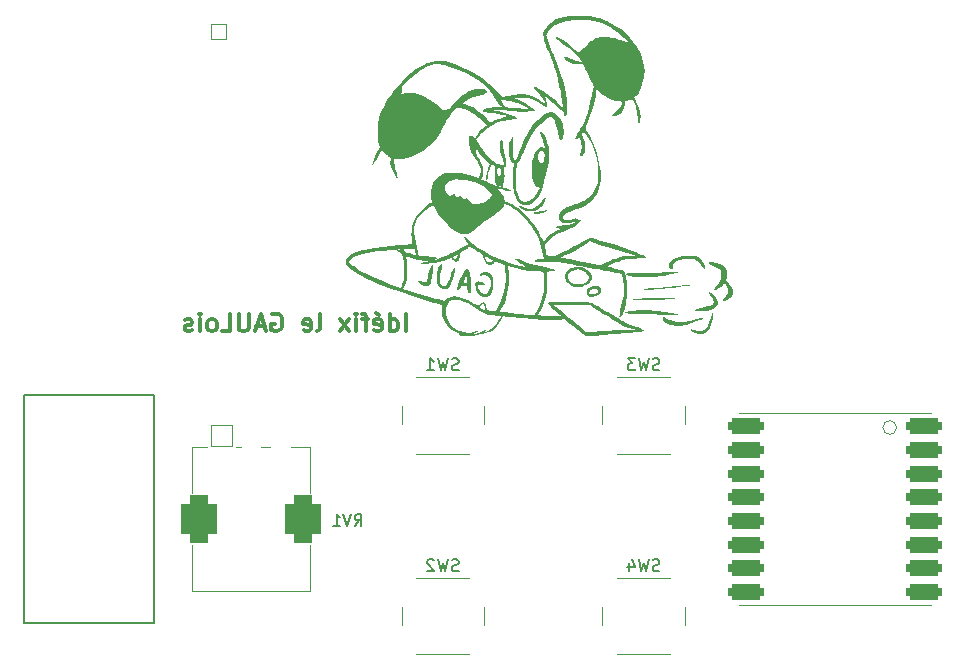
<source format=gbr>
%TF.GenerationSoftware,KiCad,Pcbnew,8.0.6*%
%TF.CreationDate,2025-03-03T18:48:18-05:00*%
%TF.ProjectId,receiver,72656365-6976-4657-922e-6b696361645f,rev?*%
%TF.SameCoordinates,Original*%
%TF.FileFunction,Legend,Bot*%
%TF.FilePolarity,Positive*%
%FSLAX46Y46*%
G04 Gerber Fmt 4.6, Leading zero omitted, Abs format (unit mm)*
G04 Created by KiCad (PCBNEW 8.0.6) date 2025-03-03 18:48:18*
%MOMM*%
%LPD*%
G01*
G04 APERTURE LIST*
G04 Aperture macros list*
%AMRoundRect*
0 Rectangle with rounded corners*
0 $1 Rounding radius*
0 $2 $3 $4 $5 $6 $7 $8 $9 X,Y pos of 4 corners*
0 Add a 4 corners polygon primitive as box body*
4,1,4,$2,$3,$4,$5,$6,$7,$8,$9,$2,$3,0*
0 Add four circle primitives for the rounded corners*
1,1,$1+$1,$2,$3*
1,1,$1+$1,$4,$5*
1,1,$1+$1,$6,$7*
1,1,$1+$1,$8,$9*
0 Add four rect primitives between the rounded corners*
20,1,$1+$1,$2,$3,$4,$5,0*
20,1,$1+$1,$4,$5,$6,$7,0*
20,1,$1+$1,$6,$7,$8,$9,0*
20,1,$1+$1,$8,$9,$2,$3,0*%
G04 Aperture macros list end*
%ADD10C,0.300000*%
%ADD11C,0.153000*%
%ADD12C,0.000000*%
%ADD13C,0.120000*%
%ADD14C,0.100000*%
%ADD15C,0.152400*%
%ADD16C,2.276000*%
%ADD17RoundRect,0.038000X-0.675000X-0.675000X0.675000X-0.675000X0.675000X0.675000X-0.675000X0.675000X0*%
%ADD18O,1.426000X1.426000*%
%ADD19RoundRect,0.038000X0.675000X-0.675000X0.675000X0.675000X-0.675000X0.675000X-0.675000X-0.675000X0*%
%ADD20RoundRect,0.206712X-0.981288X0.981288X-0.981288X-0.981288X0.981288X-0.981288X0.981288X0.981288X0*%
%ADD21C,2.576000*%
%ADD22RoundRect,0.038000X-0.900000X0.900000X-0.900000X-0.900000X0.900000X-0.900000X0.900000X0.900000X0*%
%ADD23C,1.876000*%
%ADD24RoundRect,0.769000X-0.769000X1.269000X-0.769000X-1.269000X0.769000X-1.269000X0.769000X1.269000X0*%
%ADD25C,2.076000*%
%ADD26RoundRect,0.336500X1.176500X0.336500X-1.176500X0.336500X-1.176500X-0.336500X1.176500X-0.336500X0*%
%ADD27C,2.235000*%
G04 APERTURE END LIST*
D10*
X138433174Y-101921361D02*
X138433174Y-100421361D01*
X137076031Y-101921361D02*
X137076031Y-100421361D01*
X137076031Y-101849933D02*
X137218888Y-101921361D01*
X137218888Y-101921361D02*
X137504602Y-101921361D01*
X137504602Y-101921361D02*
X137647459Y-101849933D01*
X137647459Y-101849933D02*
X137718888Y-101778504D01*
X137718888Y-101778504D02*
X137790316Y-101635647D01*
X137790316Y-101635647D02*
X137790316Y-101207075D01*
X137790316Y-101207075D02*
X137718888Y-101064218D01*
X137718888Y-101064218D02*
X137647459Y-100992790D01*
X137647459Y-100992790D02*
X137504602Y-100921361D01*
X137504602Y-100921361D02*
X137218888Y-100921361D01*
X137218888Y-100921361D02*
X137076031Y-100992790D01*
X135790316Y-101849933D02*
X135933173Y-101921361D01*
X135933173Y-101921361D02*
X136218888Y-101921361D01*
X136218888Y-101921361D02*
X136361745Y-101849933D01*
X136361745Y-101849933D02*
X136433173Y-101707075D01*
X136433173Y-101707075D02*
X136433173Y-101135647D01*
X136433173Y-101135647D02*
X136361745Y-100992790D01*
X136361745Y-100992790D02*
X136218888Y-100921361D01*
X136218888Y-100921361D02*
X135933173Y-100921361D01*
X135933173Y-100921361D02*
X135790316Y-100992790D01*
X135790316Y-100992790D02*
X135718888Y-101135647D01*
X135718888Y-101135647D02*
X135718888Y-101278504D01*
X135718888Y-101278504D02*
X136433173Y-101421361D01*
X135933173Y-100349933D02*
X136147459Y-100564218D01*
X135290316Y-100921361D02*
X134718888Y-100921361D01*
X135076031Y-101921361D02*
X135076031Y-100635647D01*
X135076031Y-100635647D02*
X135004602Y-100492790D01*
X135004602Y-100492790D02*
X134861745Y-100421361D01*
X134861745Y-100421361D02*
X134718888Y-100421361D01*
X134218888Y-101921361D02*
X134218888Y-100921361D01*
X134218888Y-100421361D02*
X134290316Y-100492790D01*
X134290316Y-100492790D02*
X134218888Y-100564218D01*
X134218888Y-100564218D02*
X134147459Y-100492790D01*
X134147459Y-100492790D02*
X134218888Y-100421361D01*
X134218888Y-100421361D02*
X134218888Y-100564218D01*
X133647459Y-101921361D02*
X132861745Y-100921361D01*
X133647459Y-100921361D02*
X132861745Y-101921361D01*
X130933173Y-101921361D02*
X131076030Y-101849933D01*
X131076030Y-101849933D02*
X131147459Y-101707075D01*
X131147459Y-101707075D02*
X131147459Y-100421361D01*
X129790316Y-101849933D02*
X129933173Y-101921361D01*
X129933173Y-101921361D02*
X130218888Y-101921361D01*
X130218888Y-101921361D02*
X130361745Y-101849933D01*
X130361745Y-101849933D02*
X130433173Y-101707075D01*
X130433173Y-101707075D02*
X130433173Y-101135647D01*
X130433173Y-101135647D02*
X130361745Y-100992790D01*
X130361745Y-100992790D02*
X130218888Y-100921361D01*
X130218888Y-100921361D02*
X129933173Y-100921361D01*
X129933173Y-100921361D02*
X129790316Y-100992790D01*
X129790316Y-100992790D02*
X129718888Y-101135647D01*
X129718888Y-101135647D02*
X129718888Y-101278504D01*
X129718888Y-101278504D02*
X130433173Y-101421361D01*
X127147459Y-100492790D02*
X127290317Y-100421361D01*
X127290317Y-100421361D02*
X127504602Y-100421361D01*
X127504602Y-100421361D02*
X127718888Y-100492790D01*
X127718888Y-100492790D02*
X127861745Y-100635647D01*
X127861745Y-100635647D02*
X127933174Y-100778504D01*
X127933174Y-100778504D02*
X128004602Y-101064218D01*
X128004602Y-101064218D02*
X128004602Y-101278504D01*
X128004602Y-101278504D02*
X127933174Y-101564218D01*
X127933174Y-101564218D02*
X127861745Y-101707075D01*
X127861745Y-101707075D02*
X127718888Y-101849933D01*
X127718888Y-101849933D02*
X127504602Y-101921361D01*
X127504602Y-101921361D02*
X127361745Y-101921361D01*
X127361745Y-101921361D02*
X127147459Y-101849933D01*
X127147459Y-101849933D02*
X127076031Y-101778504D01*
X127076031Y-101778504D02*
X127076031Y-101278504D01*
X127076031Y-101278504D02*
X127361745Y-101278504D01*
X126504602Y-101492790D02*
X125790317Y-101492790D01*
X126647459Y-101921361D02*
X126147459Y-100421361D01*
X126147459Y-100421361D02*
X125647459Y-101921361D01*
X125147460Y-100421361D02*
X125147460Y-101635647D01*
X125147460Y-101635647D02*
X125076031Y-101778504D01*
X125076031Y-101778504D02*
X125004603Y-101849933D01*
X125004603Y-101849933D02*
X124861745Y-101921361D01*
X124861745Y-101921361D02*
X124576031Y-101921361D01*
X124576031Y-101921361D02*
X124433174Y-101849933D01*
X124433174Y-101849933D02*
X124361745Y-101778504D01*
X124361745Y-101778504D02*
X124290317Y-101635647D01*
X124290317Y-101635647D02*
X124290317Y-100421361D01*
X122861745Y-101921361D02*
X123576031Y-101921361D01*
X123576031Y-101921361D02*
X123576031Y-100421361D01*
X122147459Y-101921361D02*
X122290316Y-101849933D01*
X122290316Y-101849933D02*
X122361745Y-101778504D01*
X122361745Y-101778504D02*
X122433173Y-101635647D01*
X122433173Y-101635647D02*
X122433173Y-101207075D01*
X122433173Y-101207075D02*
X122361745Y-101064218D01*
X122361745Y-101064218D02*
X122290316Y-100992790D01*
X122290316Y-100992790D02*
X122147459Y-100921361D01*
X122147459Y-100921361D02*
X121933173Y-100921361D01*
X121933173Y-100921361D02*
X121790316Y-100992790D01*
X121790316Y-100992790D02*
X121718888Y-101064218D01*
X121718888Y-101064218D02*
X121647459Y-101207075D01*
X121647459Y-101207075D02*
X121647459Y-101635647D01*
X121647459Y-101635647D02*
X121718888Y-101778504D01*
X121718888Y-101778504D02*
X121790316Y-101849933D01*
X121790316Y-101849933D02*
X121933173Y-101921361D01*
X121933173Y-101921361D02*
X122147459Y-101921361D01*
X121004602Y-101921361D02*
X121004602Y-100921361D01*
X121004602Y-100421361D02*
X121076030Y-100492790D01*
X121076030Y-100492790D02*
X121004602Y-100564218D01*
X121004602Y-100564218D02*
X120933173Y-100492790D01*
X120933173Y-100492790D02*
X121004602Y-100421361D01*
X121004602Y-100421361D02*
X121004602Y-100564218D01*
X120361744Y-101849933D02*
X120218887Y-101921361D01*
X120218887Y-101921361D02*
X119933173Y-101921361D01*
X119933173Y-101921361D02*
X119790316Y-101849933D01*
X119790316Y-101849933D02*
X119718887Y-101707075D01*
X119718887Y-101707075D02*
X119718887Y-101635647D01*
X119718887Y-101635647D02*
X119790316Y-101492790D01*
X119790316Y-101492790D02*
X119933173Y-101421361D01*
X119933173Y-101421361D02*
X120147459Y-101421361D01*
X120147459Y-101421361D02*
X120290316Y-101349933D01*
X120290316Y-101349933D02*
X120361744Y-101207075D01*
X120361744Y-101207075D02*
X120361744Y-101135647D01*
X120361744Y-101135647D02*
X120290316Y-100992790D01*
X120290316Y-100992790D02*
X120147459Y-100921361D01*
X120147459Y-100921361D02*
X119933173Y-100921361D01*
X119933173Y-100921361D02*
X119790316Y-100992790D01*
D11*
X134112669Y-118397620D02*
X134446002Y-117921429D01*
X134684097Y-118397620D02*
X134684097Y-117397620D01*
X134684097Y-117397620D02*
X134303145Y-117397620D01*
X134303145Y-117397620D02*
X134207907Y-117445239D01*
X134207907Y-117445239D02*
X134160288Y-117492858D01*
X134160288Y-117492858D02*
X134112669Y-117588096D01*
X134112669Y-117588096D02*
X134112669Y-117730953D01*
X134112669Y-117730953D02*
X134160288Y-117826191D01*
X134160288Y-117826191D02*
X134207907Y-117873810D01*
X134207907Y-117873810D02*
X134303145Y-117921429D01*
X134303145Y-117921429D02*
X134684097Y-117921429D01*
X133826954Y-117397620D02*
X133493621Y-118397620D01*
X133493621Y-118397620D02*
X133160288Y-117397620D01*
X132303145Y-118397620D02*
X132874573Y-118397620D01*
X132588859Y-118397620D02*
X132588859Y-117397620D01*
X132588859Y-117397620D02*
X132684097Y-117540477D01*
X132684097Y-117540477D02*
X132779335Y-117635715D01*
X132779335Y-117635715D02*
X132874573Y-117683334D01*
X159918289Y-105178396D02*
X159775432Y-105226015D01*
X159775432Y-105226015D02*
X159537337Y-105226015D01*
X159537337Y-105226015D02*
X159442099Y-105178396D01*
X159442099Y-105178396D02*
X159394480Y-105130776D01*
X159394480Y-105130776D02*
X159346861Y-105035538D01*
X159346861Y-105035538D02*
X159346861Y-104940300D01*
X159346861Y-104940300D02*
X159394480Y-104845062D01*
X159394480Y-104845062D02*
X159442099Y-104797443D01*
X159442099Y-104797443D02*
X159537337Y-104749824D01*
X159537337Y-104749824D02*
X159727813Y-104702205D01*
X159727813Y-104702205D02*
X159823051Y-104654586D01*
X159823051Y-104654586D02*
X159870670Y-104606967D01*
X159870670Y-104606967D02*
X159918289Y-104511729D01*
X159918289Y-104511729D02*
X159918289Y-104416491D01*
X159918289Y-104416491D02*
X159870670Y-104321253D01*
X159870670Y-104321253D02*
X159823051Y-104273634D01*
X159823051Y-104273634D02*
X159727813Y-104226015D01*
X159727813Y-104226015D02*
X159489718Y-104226015D01*
X159489718Y-104226015D02*
X159346861Y-104273634D01*
X159013527Y-104226015D02*
X158775432Y-105226015D01*
X158775432Y-105226015D02*
X158584956Y-104511729D01*
X158584956Y-104511729D02*
X158394480Y-105226015D01*
X158394480Y-105226015D02*
X158156385Y-104226015D01*
X157870670Y-104226015D02*
X157251623Y-104226015D01*
X157251623Y-104226015D02*
X157584956Y-104606967D01*
X157584956Y-104606967D02*
X157442099Y-104606967D01*
X157442099Y-104606967D02*
X157346861Y-104654586D01*
X157346861Y-104654586D02*
X157299242Y-104702205D01*
X157299242Y-104702205D02*
X157251623Y-104797443D01*
X157251623Y-104797443D02*
X157251623Y-105035538D01*
X157251623Y-105035538D02*
X157299242Y-105130776D01*
X157299242Y-105130776D02*
X157346861Y-105178396D01*
X157346861Y-105178396D02*
X157442099Y-105226015D01*
X157442099Y-105226015D02*
X157727813Y-105226015D01*
X157727813Y-105226015D02*
X157823051Y-105178396D01*
X157823051Y-105178396D02*
X157870670Y-105130776D01*
X142918289Y-105178396D02*
X142775432Y-105226015D01*
X142775432Y-105226015D02*
X142537337Y-105226015D01*
X142537337Y-105226015D02*
X142442099Y-105178396D01*
X142442099Y-105178396D02*
X142394480Y-105130776D01*
X142394480Y-105130776D02*
X142346861Y-105035538D01*
X142346861Y-105035538D02*
X142346861Y-104940300D01*
X142346861Y-104940300D02*
X142394480Y-104845062D01*
X142394480Y-104845062D02*
X142442099Y-104797443D01*
X142442099Y-104797443D02*
X142537337Y-104749824D01*
X142537337Y-104749824D02*
X142727813Y-104702205D01*
X142727813Y-104702205D02*
X142823051Y-104654586D01*
X142823051Y-104654586D02*
X142870670Y-104606967D01*
X142870670Y-104606967D02*
X142918289Y-104511729D01*
X142918289Y-104511729D02*
X142918289Y-104416491D01*
X142918289Y-104416491D02*
X142870670Y-104321253D01*
X142870670Y-104321253D02*
X142823051Y-104273634D01*
X142823051Y-104273634D02*
X142727813Y-104226015D01*
X142727813Y-104226015D02*
X142489718Y-104226015D01*
X142489718Y-104226015D02*
X142346861Y-104273634D01*
X142013527Y-104226015D02*
X141775432Y-105226015D01*
X141775432Y-105226015D02*
X141584956Y-104511729D01*
X141584956Y-104511729D02*
X141394480Y-105226015D01*
X141394480Y-105226015D02*
X141156385Y-104226015D01*
X140251623Y-105226015D02*
X140823051Y-105226015D01*
X140537337Y-105226015D02*
X140537337Y-104226015D01*
X140537337Y-104226015D02*
X140632575Y-104368872D01*
X140632575Y-104368872D02*
X140727813Y-104464110D01*
X140727813Y-104464110D02*
X140823051Y-104511729D01*
X159918289Y-122178396D02*
X159775432Y-122226015D01*
X159775432Y-122226015D02*
X159537337Y-122226015D01*
X159537337Y-122226015D02*
X159442099Y-122178396D01*
X159442099Y-122178396D02*
X159394480Y-122130776D01*
X159394480Y-122130776D02*
X159346861Y-122035538D01*
X159346861Y-122035538D02*
X159346861Y-121940300D01*
X159346861Y-121940300D02*
X159394480Y-121845062D01*
X159394480Y-121845062D02*
X159442099Y-121797443D01*
X159442099Y-121797443D02*
X159537337Y-121749824D01*
X159537337Y-121749824D02*
X159727813Y-121702205D01*
X159727813Y-121702205D02*
X159823051Y-121654586D01*
X159823051Y-121654586D02*
X159870670Y-121606967D01*
X159870670Y-121606967D02*
X159918289Y-121511729D01*
X159918289Y-121511729D02*
X159918289Y-121416491D01*
X159918289Y-121416491D02*
X159870670Y-121321253D01*
X159870670Y-121321253D02*
X159823051Y-121273634D01*
X159823051Y-121273634D02*
X159727813Y-121226015D01*
X159727813Y-121226015D02*
X159489718Y-121226015D01*
X159489718Y-121226015D02*
X159346861Y-121273634D01*
X159013527Y-121226015D02*
X158775432Y-122226015D01*
X158775432Y-122226015D02*
X158584956Y-121511729D01*
X158584956Y-121511729D02*
X158394480Y-122226015D01*
X158394480Y-122226015D02*
X158156385Y-121226015D01*
X157346861Y-121559348D02*
X157346861Y-122226015D01*
X157584956Y-121178396D02*
X157823051Y-121892681D01*
X157823051Y-121892681D02*
X157204004Y-121892681D01*
X142918289Y-122178396D02*
X142775432Y-122226015D01*
X142775432Y-122226015D02*
X142537337Y-122226015D01*
X142537337Y-122226015D02*
X142442099Y-122178396D01*
X142442099Y-122178396D02*
X142394480Y-122130776D01*
X142394480Y-122130776D02*
X142346861Y-122035538D01*
X142346861Y-122035538D02*
X142346861Y-121940300D01*
X142346861Y-121940300D02*
X142394480Y-121845062D01*
X142394480Y-121845062D02*
X142442099Y-121797443D01*
X142442099Y-121797443D02*
X142537337Y-121749824D01*
X142537337Y-121749824D02*
X142727813Y-121702205D01*
X142727813Y-121702205D02*
X142823051Y-121654586D01*
X142823051Y-121654586D02*
X142870670Y-121606967D01*
X142870670Y-121606967D02*
X142918289Y-121511729D01*
X142918289Y-121511729D02*
X142918289Y-121416491D01*
X142918289Y-121416491D02*
X142870670Y-121321253D01*
X142870670Y-121321253D02*
X142823051Y-121273634D01*
X142823051Y-121273634D02*
X142727813Y-121226015D01*
X142727813Y-121226015D02*
X142489718Y-121226015D01*
X142489718Y-121226015D02*
X142346861Y-121273634D01*
X142013527Y-121226015D02*
X141775432Y-122226015D01*
X141775432Y-122226015D02*
X141584956Y-121511729D01*
X141584956Y-121511729D02*
X141394480Y-122226015D01*
X141394480Y-122226015D02*
X141156385Y-121226015D01*
X140823051Y-121321253D02*
X140775432Y-121273634D01*
X140775432Y-121273634D02*
X140680194Y-121226015D01*
X140680194Y-121226015D02*
X140442099Y-121226015D01*
X140442099Y-121226015D02*
X140346861Y-121273634D01*
X140346861Y-121273634D02*
X140299242Y-121321253D01*
X140299242Y-121321253D02*
X140251623Y-121416491D01*
X140251623Y-121416491D02*
X140251623Y-121511729D01*
X140251623Y-121511729D02*
X140299242Y-121654586D01*
X140299242Y-121654586D02*
X140870670Y-122226015D01*
X140870670Y-122226015D02*
X140251623Y-122226015D01*
D12*
%TO.C,Id\u00E9fix le GAULois*%
G36*
X150384606Y-91686803D02*
G01*
X150395605Y-91709370D01*
X150394377Y-91715911D01*
X150347802Y-91757364D01*
X150236480Y-91809175D01*
X150064082Y-91869848D01*
X149834279Y-91937889D01*
X149743526Y-91962831D01*
X149605125Y-91998517D01*
X149511637Y-92016150D01*
X149448089Y-92016754D01*
X149399509Y-92001353D01*
X149350924Y-91970973D01*
X149291537Y-91920967D01*
X149283096Y-91881984D01*
X149336993Y-91854095D01*
X149457138Y-91832189D01*
X149486742Y-91827996D01*
X149622839Y-91805654D01*
X149789436Y-91775125D01*
X149957069Y-91741740D01*
X150140413Y-91704946D01*
X150266912Y-91683860D01*
X150345009Y-91678056D01*
X150384606Y-91686803D01*
G37*
G36*
X150278883Y-90649007D02*
G01*
X150271202Y-90734863D01*
X150257670Y-90782283D01*
X150204616Y-90912857D01*
X150128078Y-91066275D01*
X150040010Y-91219490D01*
X149952368Y-91349459D01*
X149904851Y-91403374D01*
X149761766Y-91518754D01*
X149574738Y-91627579D01*
X149361118Y-91719004D01*
X149185543Y-91762728D01*
X148928347Y-91774453D01*
X148665001Y-91734329D01*
X148417025Y-91644067D01*
X148284564Y-91569863D01*
X148159657Y-91478541D01*
X148075742Y-91391046D01*
X148045052Y-91318097D01*
X148053340Y-91288654D01*
X148105589Y-91268470D01*
X148196760Y-91289273D01*
X148316199Y-91349817D01*
X148400669Y-91398610D01*
X148622832Y-91498202D01*
X148832570Y-91552501D01*
X149014097Y-91556823D01*
X149095680Y-91541363D01*
X149328058Y-91455150D01*
X149562791Y-91310751D01*
X149789320Y-91115473D01*
X149997085Y-90876623D01*
X150106756Y-90740657D01*
X150194455Y-90653044D01*
X150252566Y-90622114D01*
X150278883Y-90649007D01*
G37*
G36*
X140755620Y-96334763D02*
G01*
X140772895Y-96365723D01*
X140788299Y-96466044D01*
X140786316Y-96613943D01*
X140769325Y-96797061D01*
X140739703Y-97003040D01*
X140699831Y-97219520D01*
X140652086Y-97434142D01*
X140598847Y-97634547D01*
X140542493Y-97808377D01*
X140485402Y-97943272D01*
X140429953Y-98026874D01*
X140372225Y-98067778D01*
X140240687Y-98093216D01*
X140066990Y-98062987D01*
X139850884Y-97977071D01*
X139840220Y-97971941D01*
X139653868Y-97873489D01*
X139535155Y-97792317D01*
X139483472Y-97730347D01*
X139498207Y-97689504D01*
X139578747Y-97671713D01*
X139724483Y-97678898D01*
X139934801Y-97712983D01*
X139996569Y-97724869D01*
X140131329Y-97745870D01*
X140209459Y-97747839D01*
X140238909Y-97731253D01*
X140240573Y-97724930D01*
X140254544Y-97661730D01*
X140278398Y-97547186D01*
X140309276Y-97395187D01*
X140344315Y-97219621D01*
X140355161Y-97165706D01*
X140422984Y-96867066D01*
X140491395Y-96630292D01*
X140559628Y-96457030D01*
X140626920Y-96348925D01*
X140692505Y-96307621D01*
X140755620Y-96334763D01*
G37*
G36*
X164500612Y-100345343D02*
G01*
X164495515Y-100454129D01*
X164471599Y-100629612D01*
X164428073Y-100871451D01*
X164385584Y-101070905D01*
X164296764Y-101389561D01*
X164191797Y-101646744D01*
X164067171Y-101847560D01*
X163919375Y-101997118D01*
X163744899Y-102100524D01*
X163540231Y-102162885D01*
X163397009Y-102179127D01*
X163209410Y-102164313D01*
X162989244Y-102108720D01*
X162894855Y-102071683D01*
X162782259Y-102009213D01*
X162685549Y-101937761D01*
X162613548Y-101866397D01*
X162575080Y-101804192D01*
X162578968Y-101760217D01*
X162634035Y-101743543D01*
X162682574Y-101750567D01*
X162782969Y-101776035D01*
X162902649Y-101813709D01*
X162962744Y-101832953D01*
X163224899Y-101881972D01*
X163466840Y-101870195D01*
X163682220Y-101799487D01*
X163864697Y-101671714D01*
X164007926Y-101488740D01*
X164020728Y-101465238D01*
X164074923Y-101347746D01*
X164139963Y-101186458D01*
X164208778Y-100999519D01*
X164274297Y-100805076D01*
X164348632Y-100584003D01*
X164410900Y-100422585D01*
X164457514Y-100329230D01*
X164487682Y-100303597D01*
X164500612Y-100345343D01*
G37*
G36*
X160923923Y-99116462D02*
G01*
X161081741Y-99119905D01*
X161189646Y-99125388D01*
X161251532Y-99132957D01*
X161271295Y-99142658D01*
X161270975Y-99145653D01*
X161234910Y-99172647D01*
X161157276Y-99185251D01*
X161143468Y-99185700D01*
X161056308Y-99189739D01*
X160915039Y-99197175D01*
X160731901Y-99207333D01*
X160519132Y-99219539D01*
X160288975Y-99233118D01*
X160251948Y-99235284D01*
X160009478Y-99247510D01*
X159743377Y-99258060D01*
X159462170Y-99266863D01*
X159174378Y-99273847D01*
X158888524Y-99278938D01*
X158613132Y-99282064D01*
X158356725Y-99283153D01*
X158127825Y-99282132D01*
X157934956Y-99278929D01*
X157786640Y-99273471D01*
X157691400Y-99265685D01*
X157657759Y-99255500D01*
X157670262Y-99231807D01*
X157711591Y-99210935D01*
X157786339Y-99192982D01*
X157899102Y-99177641D01*
X158054471Y-99164603D01*
X158257040Y-99153562D01*
X158511402Y-99144208D01*
X158822149Y-99136235D01*
X159193874Y-99129333D01*
X159631171Y-99123195D01*
X159715607Y-99122164D01*
X160112033Y-99117910D01*
X160442965Y-99115511D01*
X160712296Y-99115013D01*
X160923923Y-99116462D01*
G37*
G36*
X162607023Y-97963448D02*
G01*
X162639527Y-97982032D01*
X162625010Y-97998554D01*
X162547114Y-98026179D01*
X162401244Y-98056980D01*
X162186702Y-98091097D01*
X161902787Y-98128669D01*
X161533878Y-98173967D01*
X161130670Y-98222757D01*
X160785541Y-98263548D01*
X160492122Y-98297045D01*
X160244041Y-98323957D01*
X160034927Y-98344989D01*
X159858409Y-98360850D01*
X159708118Y-98372245D01*
X159553613Y-98382310D01*
X159378256Y-98392914D01*
X159230380Y-98400998D01*
X159131240Y-98405344D01*
X159012692Y-98404994D01*
X158874582Y-98398393D01*
X158736776Y-98387185D01*
X158616731Y-98373090D01*
X158531903Y-98357827D01*
X158499748Y-98343118D01*
X158500322Y-98341598D01*
X158540253Y-98329777D01*
X158630660Y-98319440D01*
X158754099Y-98312676D01*
X158857980Y-98308000D01*
X159060930Y-98295044D01*
X159320036Y-98275402D01*
X159627305Y-98249821D01*
X159974745Y-98219047D01*
X160354362Y-98183826D01*
X160758163Y-98144905D01*
X161178154Y-98103029D01*
X161606344Y-98058944D01*
X162034737Y-98013398D01*
X162455342Y-97967136D01*
X162516074Y-97961782D01*
X162607023Y-97963448D01*
G37*
G36*
X161324041Y-96890567D02*
G01*
X161433510Y-96900415D01*
X161475124Y-96918334D01*
X161463217Y-96937095D01*
X161391486Y-96970402D01*
X161261410Y-97010553D01*
X161079537Y-97056142D01*
X160852416Y-97105761D01*
X160586593Y-97158003D01*
X160288618Y-97211462D01*
X159965037Y-97264730D01*
X159622400Y-97316401D01*
X159517283Y-97328531D01*
X159300433Y-97343147D01*
X159042774Y-97351495D01*
X158762314Y-97353699D01*
X158477061Y-97349884D01*
X158205019Y-97340174D01*
X157964197Y-97324696D01*
X157772602Y-97303573D01*
X157758948Y-97301528D01*
X157525533Y-97260205D01*
X157336349Y-97214545D01*
X157195617Y-97166795D01*
X157107562Y-97119202D01*
X157076406Y-97074012D01*
X157106372Y-97033472D01*
X157201682Y-96999829D01*
X157244658Y-96994626D01*
X157356814Y-96989428D01*
X157519800Y-96986652D01*
X157722397Y-96986368D01*
X157953385Y-96988647D01*
X158201544Y-96993559D01*
X158533723Y-96999843D01*
X158883559Y-97000516D01*
X159215510Y-96993284D01*
X159557674Y-96977482D01*
X159938146Y-96952444D01*
X160244437Y-96931064D01*
X160606916Y-96909039D01*
X160908903Y-96894920D01*
X161148559Y-96888749D01*
X161324041Y-96890567D01*
G37*
G36*
X160378169Y-100729114D02*
G01*
X160478773Y-100790270D01*
X160571623Y-100850626D01*
X160828224Y-100973489D01*
X161126015Y-101066967D01*
X161447282Y-101126193D01*
X161774312Y-101146299D01*
X161877072Y-101143319D01*
X162002550Y-101132167D01*
X162145140Y-101110835D01*
X162314857Y-101077319D01*
X162521719Y-101029614D01*
X162775742Y-100965715D01*
X163086943Y-100883619D01*
X163191036Y-100856291D01*
X163394837Y-100807507D01*
X163534082Y-100782494D01*
X163609779Y-100781181D01*
X163622933Y-100803497D01*
X163574551Y-100849372D01*
X163532385Y-100875638D01*
X163415295Y-100934351D01*
X163253237Y-101005986D01*
X163060009Y-101085254D01*
X162849414Y-101166865D01*
X162635250Y-101245529D01*
X162431320Y-101315958D01*
X162251424Y-101372861D01*
X162109362Y-101410949D01*
X162024793Y-101426900D01*
X161797657Y-101448981D01*
X161542492Y-101452024D01*
X161283446Y-101437060D01*
X161044666Y-101405117D01*
X160850301Y-101357228D01*
X160687976Y-101295840D01*
X160503394Y-101207608D01*
X160359667Y-101116487D01*
X160270847Y-101030402D01*
X160231965Y-100941169D01*
X160219555Y-100839612D01*
X160233442Y-100751604D01*
X160273424Y-100702979D01*
X160298893Y-100701430D01*
X160378169Y-100729114D01*
G37*
G36*
X158895043Y-100154317D02*
G01*
X159200017Y-100162267D01*
X159485093Y-100174992D01*
X159735920Y-100192382D01*
X159938146Y-100214323D01*
X160223244Y-100255655D01*
X160549016Y-100306958D01*
X160841154Y-100357534D01*
X161093650Y-100406138D01*
X161300496Y-100451524D01*
X161455682Y-100492449D01*
X161553200Y-100527666D01*
X161587041Y-100555932D01*
X161560542Y-100570252D01*
X161469043Y-100580277D01*
X161316974Y-100583738D01*
X161109267Y-100580715D01*
X160850854Y-100571287D01*
X160546668Y-100555534D01*
X160201640Y-100533536D01*
X160143757Y-100529659D01*
X159867383Y-100513383D01*
X159550063Y-100497557D01*
X159215338Y-100483211D01*
X158886746Y-100471372D01*
X158587828Y-100463067D01*
X158406316Y-100458859D01*
X158000959Y-100448194D01*
X157663131Y-100437241D01*
X157390949Y-100425901D01*
X157182530Y-100414074D01*
X157035991Y-100401659D01*
X156949448Y-100388558D01*
X156921019Y-100374669D01*
X156921216Y-100372708D01*
X156958503Y-100342023D01*
X157051384Y-100305220D01*
X157186997Y-100266047D01*
X157352479Y-100228258D01*
X157534969Y-100195604D01*
X157573998Y-100190122D01*
X157763192Y-100172515D01*
X158004245Y-100160243D01*
X158282806Y-100153193D01*
X158584522Y-100151255D01*
X158895043Y-100154317D01*
G37*
G36*
X164202503Y-98575412D02*
G01*
X164300738Y-98656106D01*
X164439933Y-98792267D01*
X164517285Y-98874577D01*
X164685316Y-99080472D01*
X164801696Y-99268716D01*
X164863308Y-99433638D01*
X164867035Y-99569563D01*
X164862203Y-99589124D01*
X164785451Y-99742363D01*
X164647326Y-99881141D01*
X164455115Y-100000796D01*
X164216108Y-100096664D01*
X163937593Y-100164085D01*
X163860575Y-100174134D01*
X163717629Y-100184929D01*
X163548892Y-100192022D01*
X163373520Y-100195133D01*
X163210665Y-100193984D01*
X163079483Y-100188294D01*
X162999127Y-100177784D01*
X162962722Y-100165865D01*
X162919753Y-100131281D01*
X162942565Y-100091806D01*
X163028411Y-100050090D01*
X163174541Y-100008781D01*
X163314014Y-99976804D01*
X163497454Y-99934777D01*
X163656930Y-99898270D01*
X163711854Y-99885186D01*
X163944251Y-99818639D01*
X164157368Y-99740567D01*
X164334422Y-99657699D01*
X164458631Y-99576766D01*
X164491988Y-99548168D01*
X164543577Y-99492228D01*
X164553165Y-99438604D01*
X164530385Y-99357907D01*
X164529277Y-99354710D01*
X164482247Y-99243629D01*
X164428722Y-99147410D01*
X164425296Y-99142293D01*
X164376510Y-99063616D01*
X164309138Y-98948630D01*
X164236679Y-98820330D01*
X164228777Y-98805979D01*
X164158364Y-98665469D01*
X164130835Y-98580160D01*
X164145708Y-98550119D01*
X164202503Y-98575412D01*
G37*
G36*
X154958750Y-98626320D02*
G01*
X154862173Y-98756686D01*
X154722324Y-98870338D01*
X154544225Y-98957024D01*
X154474259Y-98975760D01*
X154338377Y-98996745D01*
X154196017Y-99005539D01*
X154133348Y-99005245D01*
X154023252Y-98995778D01*
X153944041Y-98967802D01*
X153868422Y-98913662D01*
X153837515Y-98886979D01*
X153785827Y-98828230D01*
X153769791Y-98762676D01*
X153778436Y-98659312D01*
X153783638Y-98617847D01*
X153786503Y-98591474D01*
X153983479Y-98591474D01*
X153984176Y-98694271D01*
X154041917Y-98760264D01*
X154092214Y-98779371D01*
X154234730Y-98790848D01*
X154416284Y-98763377D01*
X154464099Y-98750213D01*
X154602252Y-98686178D01*
X154691799Y-98603791D01*
X154732819Y-98514621D01*
X154725392Y-98430238D01*
X154669598Y-98362208D01*
X154565517Y-98322100D01*
X154413229Y-98321484D01*
X154323786Y-98333788D01*
X154196340Y-98357053D01*
X154114733Y-98385292D01*
X154063070Y-98425133D01*
X154025457Y-98483204D01*
X153983479Y-98591474D01*
X153786503Y-98591474D01*
X153796155Y-98502623D01*
X153802696Y-98418297D01*
X153830814Y-98353866D01*
X153918283Y-98283181D01*
X154068478Y-98207815D01*
X154284837Y-98125680D01*
X154311745Y-98116614D01*
X154498958Y-98069102D01*
X154649861Y-98067149D01*
X154781446Y-98113015D01*
X154910705Y-98208962D01*
X154938614Y-98237479D01*
X155001994Y-98356463D01*
X155007032Y-98489495D01*
X154998166Y-98514621D01*
X154958750Y-98626320D01*
G37*
G36*
X141514192Y-96263382D02*
G01*
X141528911Y-96369260D01*
X141514900Y-96533736D01*
X141499685Y-96621175D01*
X141466787Y-96774653D01*
X141432586Y-96902106D01*
X141385802Y-97067062D01*
X141333642Y-97363435D01*
X141333906Y-97621155D01*
X141386447Y-97837395D01*
X141491115Y-98009328D01*
X141517692Y-98037811D01*
X141627503Y-98116182D01*
X141735082Y-98127834D01*
X141840952Y-98072193D01*
X141945632Y-97948685D01*
X142049643Y-97756737D01*
X142153506Y-97495776D01*
X142257741Y-97165228D01*
X142292399Y-97046072D01*
X142354872Y-96845879D01*
X142407040Y-96704030D01*
X142452036Y-96613630D01*
X142492996Y-96567786D01*
X142533051Y-96559603D01*
X142555010Y-96569259D01*
X142575186Y-96606560D01*
X142583020Y-96684379D01*
X142581251Y-96817372D01*
X142573849Y-96933704D01*
X142535368Y-97194040D01*
X142470366Y-97454014D01*
X142383857Y-97702007D01*
X142280859Y-97926400D01*
X142166388Y-98115574D01*
X142045460Y-98257912D01*
X141923091Y-98341794D01*
X141906592Y-98348281D01*
X141736467Y-98376863D01*
X141558185Y-98349325D01*
X141392672Y-98271723D01*
X141260852Y-98150114D01*
X141242278Y-98124982D01*
X141151452Y-97965603D01*
X141095336Y-97783356D01*
X141070855Y-97564072D01*
X141074935Y-97293583D01*
X141098627Y-97018792D01*
X141140333Y-96775589D01*
X141202180Y-96573186D01*
X141287623Y-96397024D01*
X141336729Y-96320841D01*
X141414193Y-96236822D01*
X141474649Y-96218453D01*
X141514192Y-96263382D01*
G37*
G36*
X162538908Y-95518508D02*
G01*
X162753424Y-95522874D01*
X162916890Y-95535235D01*
X163043305Y-95558929D01*
X163146665Y-95597294D01*
X163240968Y-95653670D01*
X163340210Y-95731393D01*
X163433057Y-95827312D01*
X163552048Y-95995026D01*
X163662449Y-96195449D01*
X163753281Y-96408144D01*
X163813568Y-96612673D01*
X163814583Y-96617538D01*
X163821486Y-96696506D01*
X163803505Y-96726692D01*
X163793515Y-96724492D01*
X163744944Y-96687551D01*
X163668162Y-96602237D01*
X163560077Y-96464902D01*
X163417594Y-96271903D01*
X163408611Y-96259555D01*
X163273764Y-96092874D01*
X163138831Y-95970095D01*
X162990089Y-95885290D01*
X162813815Y-95832532D01*
X162596287Y-95805892D01*
X162323781Y-95799444D01*
X162203129Y-95800887D01*
X162038537Y-95808124D01*
X161906193Y-95824342D01*
X161782221Y-95852978D01*
X161642748Y-95897467D01*
X161569846Y-95923485D01*
X161357273Y-96013899D01*
X161200355Y-96108893D01*
X161087890Y-96214873D01*
X161045528Y-96281101D01*
X161031247Y-96385435D01*
X161075778Y-96511241D01*
X161094676Y-96553581D01*
X161106039Y-96634613D01*
X161074058Y-96676150D01*
X161010357Y-96676484D01*
X160926563Y-96633906D01*
X160834300Y-96546711D01*
X160771908Y-96448965D01*
X160738846Y-96297741D01*
X160772060Y-96142093D01*
X160870952Y-95991129D01*
X160954803Y-95911123D01*
X161127522Y-95795781D01*
X161354570Y-95692532D01*
X161643805Y-95597369D01*
X161665430Y-95591253D01*
X161789626Y-95560216D01*
X161911809Y-95539174D01*
X162050007Y-95526351D01*
X162222251Y-95519969D01*
X162446571Y-95518251D01*
X162538908Y-95518508D01*
G37*
G36*
X154208261Y-97427458D02*
G01*
X154172668Y-97541215D01*
X154160738Y-97570290D01*
X154044751Y-97754508D01*
X153874357Y-97915368D01*
X153662381Y-98042867D01*
X153421645Y-98127001D01*
X153336512Y-98144176D01*
X153068512Y-98163917D01*
X152803317Y-98136513D01*
X152553440Y-98066298D01*
X152331396Y-97957603D01*
X152149698Y-97814759D01*
X152020860Y-97642099D01*
X151983490Y-97555999D01*
X151946337Y-97365934D01*
X151955378Y-97216110D01*
X152161275Y-97216110D01*
X152164978Y-97394787D01*
X152232481Y-97561806D01*
X152360523Y-97709385D01*
X152545844Y-97829740D01*
X152681369Y-97883841D01*
X152913710Y-97931820D01*
X153153541Y-97935158D01*
X153386731Y-97896676D01*
X153599148Y-97819193D01*
X153776658Y-97705530D01*
X153905130Y-97558506D01*
X153962467Y-97418867D01*
X153958589Y-97273650D01*
X153887052Y-97127840D01*
X153746836Y-96977695D01*
X153707070Y-96944216D01*
X153488490Y-96802421D01*
X153254642Y-96712552D01*
X153019936Y-96678751D01*
X152798781Y-96705162D01*
X152732349Y-96724085D01*
X152532444Y-96791917D01*
X152387768Y-96863747D01*
X152286739Y-96946383D01*
X152217775Y-97046631D01*
X152161275Y-97216110D01*
X151955378Y-97216110D01*
X151958181Y-97169658D01*
X152013109Y-96979682D01*
X152105203Y-96808517D01*
X152228547Y-96668674D01*
X152377225Y-96572663D01*
X152545322Y-96532996D01*
X152563359Y-96531990D01*
X152702199Y-96513441D01*
X152831255Y-96481973D01*
X152941654Y-96457170D01*
X153152429Y-96454420D01*
X153379016Y-96497409D01*
X153600625Y-96583399D01*
X153802777Y-96700026D01*
X153983537Y-96850221D01*
X154109700Y-97022673D01*
X154189576Y-97226458D01*
X154211792Y-97331929D01*
X154208579Y-97418867D01*
X154208261Y-97427458D01*
G37*
G36*
X143980394Y-97734490D02*
G01*
X144000044Y-98049456D01*
X144004556Y-98164595D01*
X144009157Y-98334971D01*
X144007930Y-98454859D01*
X144000024Y-98537023D01*
X143984589Y-98594228D01*
X143960775Y-98639240D01*
X143942721Y-98664335D01*
X143874132Y-98717039D01*
X143808680Y-98704615D01*
X143749983Y-98631045D01*
X143701660Y-98500309D01*
X143667328Y-98316387D01*
X143641944Y-98113173D01*
X143415523Y-98064360D01*
X143359112Y-98052292D01*
X143259734Y-98034039D01*
X143202008Y-98034137D01*
X143166797Y-98054932D01*
X143134964Y-98098774D01*
X143095907Y-98154780D01*
X143011623Y-98259076D01*
X142923572Y-98352561D01*
X142846732Y-98419899D01*
X142796080Y-98445753D01*
X142765451Y-98428152D01*
X142747538Y-98364761D01*
X142749579Y-98337640D01*
X142775471Y-98224447D01*
X142826762Y-98066950D01*
X142897931Y-97878184D01*
X142957024Y-97735161D01*
X143343947Y-97735161D01*
X143345828Y-97738139D01*
X143387156Y-97762761D01*
X143465610Y-97798510D01*
X143485319Y-97806644D01*
X143564356Y-97837042D01*
X143605942Y-97849344D01*
X143612579Y-97823618D01*
X143618816Y-97740623D01*
X143623050Y-97613927D01*
X143624610Y-97457585D01*
X143623659Y-97317483D01*
X143620665Y-97190580D01*
X143616115Y-97107112D01*
X143610509Y-97080444D01*
X143605450Y-97089314D01*
X143578724Y-97148555D01*
X143536607Y-97247904D01*
X143486206Y-97369901D01*
X143434631Y-97497086D01*
X143388990Y-97611997D01*
X143356393Y-97697176D01*
X143343947Y-97735161D01*
X142957024Y-97735161D01*
X142983456Y-97671188D01*
X143077816Y-97459000D01*
X143175489Y-97254657D01*
X143270954Y-97071196D01*
X143358690Y-96921655D01*
X143374575Y-96897449D01*
X143486236Y-96761299D01*
X143593173Y-96686812D01*
X143690092Y-96674875D01*
X143771700Y-96726376D01*
X143832704Y-96842201D01*
X143860771Y-96938937D01*
X143908579Y-97163513D01*
X143949179Y-97433936D01*
X143951635Y-97457585D01*
X143980394Y-97734490D01*
G37*
G36*
X145325535Y-96912989D02*
G01*
X145461441Y-96950372D01*
X145534983Y-96990816D01*
X145664153Y-97108722D01*
X145770217Y-97264663D01*
X145837091Y-97437772D01*
X145842529Y-97462484D01*
X145863841Y-97646903D01*
X145865369Y-97867538D01*
X145848832Y-98098159D01*
X145815952Y-98312536D01*
X145768447Y-98484442D01*
X145738047Y-98556855D01*
X145623163Y-98752114D01*
X145482534Y-98900230D01*
X145326129Y-98989811D01*
X145293257Y-99001064D01*
X145203606Y-99028712D01*
X145150715Y-99040426D01*
X145079930Y-99032675D01*
X144952355Y-98993784D01*
X144817702Y-98932619D01*
X144704633Y-98860727D01*
X144695577Y-98853384D01*
X144583005Y-98731979D01*
X144485493Y-98574805D01*
X144407605Y-98397132D01*
X144353908Y-98214235D01*
X144328968Y-98041385D01*
X144337349Y-97893855D01*
X144383618Y-97786918D01*
X144461541Y-97731805D01*
X144591195Y-97705690D01*
X144749606Y-97717580D01*
X144921573Y-97766122D01*
X145091894Y-97849964D01*
X145172696Y-97908973D01*
X145195644Y-97954107D01*
X145155115Y-97984569D01*
X145049136Y-98001794D01*
X144875733Y-98007217D01*
X144571741Y-98007217D01*
X144571794Y-98100629D01*
X144572445Y-98115585D01*
X144601131Y-98230386D01*
X144663177Y-98370408D01*
X144745957Y-98513417D01*
X144836845Y-98637181D01*
X144923217Y-98719467D01*
X144928824Y-98723206D01*
X145065112Y-98778968D01*
X145198137Y-98772537D01*
X145322991Y-98711547D01*
X145434763Y-98603629D01*
X145528545Y-98456420D01*
X145599428Y-98277551D01*
X145642501Y-98074657D01*
X145652856Y-97855371D01*
X145625584Y-97627328D01*
X145572361Y-97452857D01*
X145474321Y-97297556D01*
X145338471Y-97201322D01*
X145164133Y-97163712D01*
X144950632Y-97184282D01*
X144889063Y-97196828D01*
X144792961Y-97210972D01*
X144739458Y-97205894D01*
X144711323Y-97181384D01*
X144695208Y-97137309D01*
X144715861Y-97065721D01*
X144786906Y-97002692D01*
X144895868Y-96952063D01*
X145030276Y-96917675D01*
X145177656Y-96903370D01*
X145325535Y-96912989D01*
G37*
G36*
X164442555Y-96080365D02*
G01*
X164693533Y-96126549D01*
X164736697Y-96135753D01*
X165033642Y-96219941D01*
X165268069Y-96329919D01*
X165443780Y-96469553D01*
X165564579Y-96642705D01*
X165634269Y-96853240D01*
X165656654Y-97105022D01*
X165655105Y-97151377D01*
X165636604Y-97305080D01*
X165603905Y-97449086D01*
X165578853Y-97534879D01*
X165568684Y-97602197D01*
X165584926Y-97646383D01*
X165630217Y-97691767D01*
X165717601Y-97778597D01*
X165846656Y-97937189D01*
X165963888Y-98114192D01*
X166059614Y-98292838D01*
X166124151Y-98456362D01*
X166147814Y-98587996D01*
X166119089Y-98778867D01*
X166026737Y-98968165D01*
X165876585Y-99130741D01*
X165674676Y-99258042D01*
X165638720Y-99274609D01*
X165476663Y-99335773D01*
X165359188Y-99356961D01*
X165290315Y-99340733D01*
X165274065Y-99289646D01*
X165314461Y-99206261D01*
X165415522Y-99093135D01*
X165481868Y-99025079D01*
X165587367Y-98899049D01*
X165676768Y-98771739D01*
X165738728Y-98659939D01*
X165761903Y-98580442D01*
X165750559Y-98505016D01*
X165710325Y-98369291D01*
X165645260Y-98195452D01*
X165559822Y-97996389D01*
X165461189Y-97779104D01*
X165336048Y-97946726D01*
X165293443Y-97999840D01*
X165150618Y-98142127D01*
X164987723Y-98265202D01*
X164824034Y-98355757D01*
X164678829Y-98400483D01*
X164585308Y-98404922D01*
X164540551Y-98382979D01*
X164546122Y-98329366D01*
X164602576Y-98238935D01*
X164710467Y-98106535D01*
X164710760Y-98106196D01*
X164817463Y-97967366D01*
X164927626Y-97800148D01*
X165017442Y-97640666D01*
X165041412Y-97592198D01*
X165098768Y-97464782D01*
X165130869Y-97358881D01*
X165144875Y-97244324D01*
X165147953Y-97090937D01*
X165147767Y-97035260D01*
X165143633Y-96906752D01*
X165130652Y-96822245D01*
X165104349Y-96762135D01*
X165060245Y-96706817D01*
X165025607Y-96676195D01*
X164926897Y-96609051D01*
X164793727Y-96532107D01*
X164644885Y-96456676D01*
X164529706Y-96401216D01*
X164319002Y-96290999D01*
X164174545Y-96201139D01*
X164096238Y-96132298D01*
X164083983Y-96085138D01*
X164137683Y-96060321D01*
X164257239Y-96058510D01*
X164442555Y-96080365D01*
G37*
G36*
X150578839Y-87275233D02*
G01*
X150541577Y-87561067D01*
X150485077Y-87890323D01*
X150408585Y-88270789D01*
X150311346Y-88710255D01*
X150179507Y-89230633D01*
X150030822Y-89702886D01*
X149868624Y-90109473D01*
X149691831Y-90452212D01*
X149499363Y-90732916D01*
X149290139Y-90953403D01*
X149063079Y-91115487D01*
X148817102Y-91220984D01*
X148603872Y-91251584D01*
X148383943Y-91221884D01*
X148177997Y-91136570D01*
X148005115Y-91000817D01*
X147952509Y-90936879D01*
X147850902Y-90774262D01*
X147753063Y-90572569D01*
X147668094Y-90351589D01*
X147605097Y-90131112D01*
X147600439Y-90109807D01*
X147571216Y-89920635D01*
X147549463Y-89678898D01*
X147535174Y-89399697D01*
X147528343Y-89098134D01*
X147528966Y-88789308D01*
X147537038Y-88488322D01*
X147552552Y-88210275D01*
X147575505Y-87970268D01*
X147605892Y-87783402D01*
X147610489Y-87760679D01*
X147612172Y-87694394D01*
X147580784Y-87675311D01*
X147521997Y-87649279D01*
X147443667Y-87579131D01*
X147363945Y-87482514D01*
X147299507Y-87377106D01*
X147260608Y-87278274D01*
X147213475Y-87090153D01*
X147179111Y-86868014D01*
X147159032Y-86632091D01*
X147154752Y-86402618D01*
X147167788Y-86199829D01*
X147199655Y-86043957D01*
X147211711Y-86008651D01*
X147273324Y-85849427D01*
X147340937Y-85701787D01*
X147407287Y-85579403D01*
X147465111Y-85495947D01*
X147507147Y-85465090D01*
X147530555Y-85470673D01*
X147547179Y-85502225D01*
X147549930Y-85574509D01*
X147540854Y-85701899D01*
X147539145Y-85721749D01*
X147529260Y-85857741D01*
X147518139Y-86038434D01*
X147507019Y-86242629D01*
X147497143Y-86449126D01*
X147491255Y-86664461D01*
X147498794Y-86939191D01*
X147526688Y-87151132D01*
X147575367Y-87303044D01*
X147645263Y-87397689D01*
X147662104Y-87409010D01*
X147717130Y-87410121D01*
X147776888Y-87356151D01*
X147843568Y-87243657D01*
X147919359Y-87069193D01*
X148006448Y-86829317D01*
X148015918Y-86801896D01*
X148117644Y-86533390D01*
X148244852Y-86233483D01*
X148390534Y-85916103D01*
X148547684Y-85595176D01*
X148709295Y-85284631D01*
X148868360Y-84998394D01*
X149017875Y-84750393D01*
X149150830Y-84554555D01*
X149325256Y-84328763D01*
X149608923Y-84004391D01*
X149882839Y-83745550D01*
X150146122Y-83552640D01*
X150397890Y-83426062D01*
X150637260Y-83366216D01*
X150863353Y-83373503D01*
X151075284Y-83448324D01*
X151272172Y-83591079D01*
X151439638Y-83780373D01*
X151603092Y-84059085D01*
X151723493Y-84391080D01*
X151800060Y-84774606D01*
X151805912Y-84823607D01*
X151817723Y-85028345D01*
X151811657Y-85229652D01*
X151789521Y-85411047D01*
X151753121Y-85556050D01*
X151704266Y-85648180D01*
X151649965Y-85691051D01*
X151562231Y-85706848D01*
X151486631Y-85662211D01*
X151469298Y-85622539D01*
X151438542Y-85523379D01*
X151399117Y-85378196D01*
X151354265Y-85198989D01*
X151307225Y-84997759D01*
X151234160Y-84683439D01*
X151167060Y-84417248D01*
X151107408Y-84208918D01*
X151053175Y-84052637D01*
X151002336Y-83942596D01*
X150952865Y-83872982D01*
X150902734Y-83837988D01*
X150831789Y-83817907D01*
X150680979Y-83817540D01*
X150512916Y-83871104D01*
X150323706Y-83980619D01*
X150109453Y-84148105D01*
X149866264Y-84375583D01*
X149753586Y-84492220D01*
X149408913Y-84906788D01*
X149090598Y-85380535D01*
X148802251Y-85907693D01*
X148547484Y-86482493D01*
X148449445Y-86721682D01*
X148325409Y-86996435D01*
X148210279Y-87215141D01*
X148100190Y-87384959D01*
X147991279Y-87513048D01*
X147844438Y-87659888D01*
X147821794Y-88044740D01*
X147807288Y-88299621D01*
X147788502Y-88673056D01*
X147776433Y-88988915D01*
X147771058Y-89254866D01*
X147772356Y-89478573D01*
X147780302Y-89667702D01*
X147794875Y-89829919D01*
X147816051Y-89972890D01*
X147833949Y-90064330D01*
X147911923Y-90350719D01*
X148012657Y-90587241D01*
X148132997Y-90767553D01*
X148269789Y-90885313D01*
X148356165Y-90929646D01*
X148494393Y-90966760D01*
X148643179Y-90957839D01*
X148824330Y-90903604D01*
X148911750Y-90865665D01*
X149135750Y-90719364D01*
X149347512Y-90509368D01*
X149543000Y-90240134D01*
X149718178Y-89916123D01*
X149794126Y-89753759D01*
X149652415Y-89734751D01*
X149643191Y-89733424D01*
X149492100Y-89680315D01*
X149367406Y-89570038D01*
X149267621Y-89400105D01*
X149191262Y-89168028D01*
X149136842Y-88871321D01*
X149108758Y-88570502D01*
X149104046Y-88235850D01*
X149125210Y-87908819D01*
X149169894Y-87595659D01*
X149235742Y-87302621D01*
X149284035Y-87150493D01*
X149660304Y-87150493D01*
X149671489Y-87344179D01*
X149711490Y-87487843D01*
X149782385Y-87591523D01*
X149798398Y-87607402D01*
X149861058Y-87659010D01*
X149916758Y-87667354D01*
X149998877Y-87639891D01*
X150034891Y-87622805D01*
X150106430Y-87561464D01*
X150153813Y-87464901D01*
X150181281Y-87321781D01*
X150193074Y-87120768D01*
X150193929Y-87031977D01*
X150183453Y-86860951D01*
X150151026Y-86737422D01*
X150091359Y-86646449D01*
X149999162Y-86573093D01*
X149977189Y-86561868D01*
X149893869Y-86561210D01*
X149813501Y-86617475D01*
X149743596Y-86720475D01*
X149691669Y-86860023D01*
X149665233Y-87025929D01*
X149660304Y-87150493D01*
X149284035Y-87150493D01*
X149320395Y-87035956D01*
X149421499Y-86801914D01*
X149536695Y-86606747D01*
X149663628Y-86456705D01*
X149799941Y-86358038D01*
X149943276Y-86316997D01*
X150091278Y-86339834D01*
X150164498Y-86366090D01*
X150204056Y-86377244D01*
X150211206Y-86364658D01*
X150204776Y-86298914D01*
X150180022Y-86188068D01*
X150140845Y-86044728D01*
X150091147Y-85881502D01*
X150034827Y-85710999D01*
X149975788Y-85545826D01*
X149917930Y-85398592D01*
X149865155Y-85281905D01*
X149800429Y-85138632D01*
X149770099Y-85029944D01*
X149782381Y-84976450D01*
X149835564Y-84979247D01*
X149927939Y-85039436D01*
X150057796Y-85158115D01*
X150126645Y-85229675D01*
X150195381Y-85314604D01*
X150248550Y-85406666D01*
X150297313Y-85526095D01*
X150352828Y-85693128D01*
X150373998Y-85761210D01*
X150434482Y-85966558D01*
X150492927Y-86178186D01*
X150539160Y-86359703D01*
X150550613Y-86410316D01*
X150582751Y-86600361D01*
X150598671Y-86802669D01*
X150597619Y-87025030D01*
X150597098Y-87031977D01*
X150578839Y-87275233D01*
G37*
G36*
X158003708Y-77857512D02*
G01*
X158243903Y-78283558D01*
X158427305Y-78689692D01*
X158556189Y-79082803D01*
X158632828Y-79469777D01*
X158659495Y-79857501D01*
X158638464Y-80252862D01*
X158606161Y-80471666D01*
X158545328Y-80748271D01*
X158465231Y-81025368D01*
X158370526Y-81291271D01*
X158265869Y-81534293D01*
X158155916Y-81742747D01*
X158045322Y-81904946D01*
X157938744Y-82009204D01*
X157891329Y-82043255D01*
X157824379Y-82096970D01*
X157798091Y-82126961D01*
X157800170Y-82134501D01*
X157825217Y-82191461D01*
X157872655Y-82289080D01*
X157934920Y-82411623D01*
X157972518Y-82488203D01*
X158050400Y-82663786D01*
X158129700Y-82860170D01*
X158198042Y-83047451D01*
X158226879Y-83133734D01*
X158276438Y-83297970D01*
X158305787Y-83432897D01*
X158319550Y-83563315D01*
X158322354Y-83714026D01*
X158321089Y-83781914D01*
X158306495Y-83976891D01*
X158277432Y-84125966D01*
X158235925Y-84221219D01*
X158184002Y-84254731D01*
X158176334Y-84253867D01*
X158146702Y-84224827D01*
X158124127Y-84146781D01*
X158105214Y-84009150D01*
X158079345Y-83776844D01*
X158041628Y-83483720D01*
X158001746Y-83237608D01*
X157956649Y-83024741D01*
X157903292Y-82831355D01*
X157838627Y-82643684D01*
X157759606Y-82447963D01*
X157722352Y-82360503D01*
X157688730Y-82281136D01*
X157674842Y-82247727D01*
X157667028Y-82248661D01*
X157608994Y-82265612D01*
X157506892Y-82298902D01*
X157375664Y-82343736D01*
X157316577Y-82363958D01*
X157184518Y-82406604D01*
X157081610Y-82436331D01*
X157026267Y-82447664D01*
X157007848Y-82452690D01*
X156987032Y-82487790D01*
X156976358Y-82567357D01*
X156973184Y-82704155D01*
X156971427Y-82798976D01*
X156957417Y-82930696D01*
X156922299Y-83050418D01*
X156857691Y-83193672D01*
X156768741Y-83351600D01*
X156625350Y-83525324D01*
X156456514Y-83641840D01*
X156253894Y-83708255D01*
X156112005Y-83726163D01*
X155986380Y-83715323D01*
X155915685Y-83674075D01*
X155903629Y-83608135D01*
X155953918Y-83523221D01*
X156070259Y-83425049D01*
X156070905Y-83424608D01*
X156182546Y-83340899D01*
X156314889Y-83231174D01*
X156439421Y-83119064D01*
X156497489Y-83062464D01*
X156593336Y-82954145D01*
X156655022Y-82851731D01*
X156698533Y-82731301D01*
X156723355Y-82646554D01*
X156752498Y-82550035D01*
X156769690Y-82496952D01*
X156749061Y-82474551D01*
X156662008Y-82454158D01*
X156510578Y-82438377D01*
X156268712Y-82406447D01*
X155925821Y-82316838D01*
X155589808Y-82181602D01*
X155276089Y-82008386D01*
X155000076Y-81804834D01*
X154777183Y-81578592D01*
X154698776Y-81486998D01*
X154634509Y-81420759D01*
X154599346Y-81395476D01*
X154586790Y-81415595D01*
X154574924Y-81488820D01*
X154570260Y-81597203D01*
X154568033Y-81710035D01*
X154543595Y-82002637D01*
X154490698Y-82318370D01*
X154407472Y-82664430D01*
X154292047Y-83048013D01*
X154142554Y-83476313D01*
X153957122Y-83956526D01*
X153859766Y-84200164D01*
X153781135Y-84400388D01*
X153724263Y-84551439D01*
X153686640Y-84661374D01*
X153665756Y-84738253D01*
X153659098Y-84790134D01*
X153664158Y-84825077D01*
X153678425Y-84851139D01*
X153687505Y-84863412D01*
X154036480Y-85393268D01*
X154324636Y-85953006D01*
X154548097Y-86535117D01*
X154643382Y-86851980D01*
X154749887Y-87263531D01*
X154839197Y-87676545D01*
X154909083Y-88077891D01*
X154957318Y-88454439D01*
X154981675Y-88793057D01*
X154979925Y-89080616D01*
X154929441Y-89471876D01*
X154811349Y-89885626D01*
X154629519Y-90271111D01*
X154385312Y-90625510D01*
X154080089Y-90945999D01*
X153931893Y-91072041D01*
X153783132Y-91179719D01*
X153620803Y-91275744D01*
X153431303Y-91367367D01*
X153201025Y-91461843D01*
X152916368Y-91566423D01*
X152864431Y-91584899D01*
X152535766Y-91706712D01*
X152270176Y-91815396D01*
X152063103Y-91913593D01*
X151909984Y-92003943D01*
X151806260Y-92089090D01*
X151747370Y-92171674D01*
X151728754Y-92254337D01*
X151741550Y-92354148D01*
X151804077Y-92453329D01*
X151925039Y-92517846D01*
X151981871Y-92532780D01*
X152140479Y-92540645D01*
X152331307Y-92505337D01*
X152564671Y-92425364D01*
X152665775Y-92389361D01*
X152830250Y-92357753D01*
X152953431Y-92377997D01*
X153039520Y-92450315D01*
X153057411Y-92473426D01*
X153106356Y-92500553D01*
X153182179Y-92482620D01*
X153207528Y-92473046D01*
X153275828Y-92450804D01*
X153302497Y-92456205D01*
X153306374Y-92490435D01*
X153287205Y-92540071D01*
X153218852Y-92627420D01*
X153112163Y-92733702D01*
X152978915Y-92848857D01*
X152830887Y-92962827D01*
X152679857Y-93065553D01*
X152537604Y-93146976D01*
X152456913Y-93185159D01*
X152307895Y-93250228D01*
X152133449Y-93322206D01*
X151956792Y-93391323D01*
X151701932Y-93490716D01*
X151441708Y-93602236D01*
X151223437Y-93711461D01*
X151032949Y-93827155D01*
X150856075Y-93958080D01*
X150678647Y-94113002D01*
X150486495Y-94300682D01*
X150209015Y-94581889D01*
X150269701Y-94862762D01*
X150285144Y-94940290D01*
X150310909Y-95142991D01*
X150307082Y-95299043D01*
X150299844Y-95346356D01*
X150295771Y-95401786D01*
X150309469Y-95440374D01*
X150351242Y-95467703D01*
X150431392Y-95489355D01*
X150560222Y-95510911D01*
X150748037Y-95537956D01*
X151047844Y-95580941D01*
X151607567Y-95280714D01*
X151670136Y-95247308D01*
X151888634Y-95132245D01*
X152145125Y-94998996D01*
X152421020Y-94857135D01*
X152697726Y-94716237D01*
X152956654Y-94585878D01*
X153121131Y-94502939D01*
X153332578Y-94394149D01*
X153520602Y-94294970D01*
X153675308Y-94210722D01*
X153786802Y-94146722D01*
X153845189Y-94108290D01*
X153859061Y-94097041D01*
X153928531Y-94054115D01*
X154009056Y-94032654D01*
X154114675Y-94032325D01*
X154259429Y-94052794D01*
X154457359Y-94093726D01*
X154522155Y-94108654D01*
X154747443Y-94166110D01*
X155010889Y-94240038D01*
X155305480Y-94327963D01*
X155624201Y-94427409D01*
X155960037Y-94535902D01*
X156305975Y-94650966D01*
X156655000Y-94770125D01*
X157000098Y-94890905D01*
X157334254Y-95010829D01*
X157650455Y-95127423D01*
X157941686Y-95238211D01*
X158200932Y-95340717D01*
X158421180Y-95432467D01*
X158577050Y-95502708D01*
X158595415Y-95510984D01*
X158716623Y-95573795D01*
X158777789Y-95618422D01*
X158777817Y-95618455D01*
X158775668Y-95649490D01*
X158714329Y-95678328D01*
X158591605Y-95705342D01*
X158405301Y-95730907D01*
X158153222Y-95755395D01*
X157833174Y-95779181D01*
X157793746Y-95781803D01*
X157511022Y-95800967D01*
X157288702Y-95817049D01*
X157118207Y-95831028D01*
X156990958Y-95843886D01*
X156898374Y-95856600D01*
X156831877Y-95870152D01*
X156782886Y-95885519D01*
X156742822Y-95903683D01*
X156709886Y-95919297D01*
X156607349Y-95962687D01*
X156469786Y-96017085D01*
X156317585Y-96074310D01*
X156266099Y-96093434D01*
X156077992Y-96166678D01*
X155887695Y-96244949D01*
X155729461Y-96314273D01*
X155467599Y-96434790D01*
X155729461Y-96498139D01*
X155789638Y-96513439D01*
X155961917Y-96561886D01*
X156154884Y-96620883D01*
X156336993Y-96680938D01*
X156368143Y-96691682D01*
X156513790Y-96740525D01*
X156609126Y-96767776D01*
X156667483Y-96775468D01*
X156702198Y-96765631D01*
X156726603Y-96740298D01*
X156761003Y-96709343D01*
X156826653Y-96701741D01*
X156826701Y-96701759D01*
X156869606Y-96740828D01*
X156926079Y-96818179D01*
X156981943Y-96910410D01*
X157023020Y-96994115D01*
X157035132Y-97045891D01*
X157037351Y-97071052D01*
X157053292Y-97148837D01*
X157079945Y-97256388D01*
X157100124Y-97349528D01*
X157126033Y-97503852D01*
X157151345Y-97686169D01*
X157172672Y-97873931D01*
X157184411Y-98002062D01*
X157194542Y-98162439D01*
X157197164Y-98318272D01*
X157192009Y-98488105D01*
X157178812Y-98690485D01*
X157157305Y-98943959D01*
X157140823Y-99110466D01*
X157113827Y-99340347D01*
X157084118Y-99555213D01*
X157054286Y-99736742D01*
X157026920Y-99866609D01*
X156978506Y-100032070D01*
X156905302Y-100235325D01*
X156823988Y-100423032D01*
X156742341Y-100577542D01*
X156668132Y-100681205D01*
X156644515Y-100704868D01*
X156588641Y-100741946D01*
X156553097Y-100728782D01*
X156538096Y-100663026D01*
X156543851Y-100542329D01*
X156570575Y-100364343D01*
X156618480Y-100126718D01*
X156687782Y-99827106D01*
X156778692Y-99463156D01*
X156839957Y-99200814D01*
X156892897Y-98880933D01*
X156915265Y-98571036D01*
X156910159Y-98242345D01*
X156904325Y-98145838D01*
X156888601Y-97953092D01*
X156867906Y-97751625D01*
X156844014Y-97554548D01*
X156818697Y-97374969D01*
X156793729Y-97225998D01*
X156770882Y-97120745D01*
X156751929Y-97072319D01*
X156738803Y-97066629D01*
X156667209Y-97047974D01*
X156545445Y-97021632D01*
X156386114Y-96990259D01*
X156201820Y-96956505D01*
X156110414Y-96940129D01*
X155892783Y-96900156D01*
X155633323Y-96851553D01*
X155349732Y-96797670D01*
X155059712Y-96741859D01*
X154780964Y-96687471D01*
X154401874Y-96613052D01*
X154005391Y-96535673D01*
X153657509Y-96468426D01*
X153347273Y-96409261D01*
X153063724Y-96356126D01*
X152795906Y-96306973D01*
X152532860Y-96259751D01*
X152263631Y-96212411D01*
X151977261Y-96162901D01*
X151759312Y-96125720D01*
X151544240Y-96090247D01*
X151378349Y-96065304D01*
X151250655Y-96049867D01*
X151150177Y-96042914D01*
X151065931Y-96043421D01*
X150986935Y-96050364D01*
X150902206Y-96062720D01*
X150777781Y-96076736D01*
X150606376Y-96086408D01*
X150407704Y-96091078D01*
X150195676Y-96091046D01*
X149984203Y-96086611D01*
X149787193Y-96078073D01*
X149618559Y-96065731D01*
X149492209Y-96049886D01*
X149422055Y-96030836D01*
X149370493Y-95994578D01*
X149343118Y-95954994D01*
X149347167Y-95945431D01*
X149399477Y-95912888D01*
X149499475Y-95876619D01*
X149630982Y-95841191D01*
X149777818Y-95811168D01*
X149923803Y-95791119D01*
X150136117Y-95770607D01*
X150126236Y-95726830D01*
X150220190Y-95726830D01*
X150237732Y-95744371D01*
X150255273Y-95726830D01*
X150237732Y-95709289D01*
X150220190Y-95726830D01*
X150126236Y-95726830D01*
X150113299Y-95669517D01*
X151607122Y-95669517D01*
X151607834Y-95670100D01*
X151652429Y-95684661D01*
X151751178Y-95708175D01*
X151839489Y-95726830D01*
X151890099Y-95737521D01*
X152055211Y-95769575D01*
X152211997Y-95798821D01*
X152415037Y-95836701D01*
X152601888Y-95871568D01*
X152746157Y-95898498D01*
X152805577Y-95909816D01*
X152950454Y-95938132D01*
X153142573Y-95976234D01*
X153368577Y-96021455D01*
X153615108Y-96071129D01*
X153868809Y-96122591D01*
X154008840Y-96151122D01*
X154284271Y-96207229D01*
X154501726Y-96250995D01*
X154668764Y-96283327D01*
X154792945Y-96305132D01*
X154881826Y-96317318D01*
X154942966Y-96320792D01*
X154983925Y-96316460D01*
X155012259Y-96305230D01*
X155035529Y-96288009D01*
X155061292Y-96265704D01*
X155064844Y-96262772D01*
X155164364Y-96192845D01*
X155300933Y-96117619D01*
X155482144Y-96033561D01*
X155715590Y-95937138D01*
X156008864Y-95824817D01*
X156132101Y-95779391D01*
X156390356Y-95689671D01*
X156610647Y-95624142D01*
X156811158Y-95579161D01*
X157010075Y-95551088D01*
X157225583Y-95536283D01*
X157475868Y-95531105D01*
X157531462Y-95530802D01*
X157687896Y-95529545D01*
X157794891Y-95526062D01*
X157849871Y-95517925D01*
X157850257Y-95502708D01*
X157793471Y-95477982D01*
X157676936Y-95441321D01*
X157498074Y-95390298D01*
X157254306Y-95322485D01*
X157138716Y-95289940D01*
X156814771Y-95195513D01*
X156439944Y-95082452D01*
X156025067Y-94954131D01*
X155580969Y-94813920D01*
X155118483Y-94665191D01*
X154648439Y-94511316D01*
X154007213Y-94299501D01*
X153438603Y-94672858D01*
X153291225Y-94767622D01*
X153017598Y-94934976D01*
X152732504Y-95100010D01*
X152449785Y-95255214D01*
X152183281Y-95393077D01*
X151946834Y-95506091D01*
X151754284Y-95586745D01*
X151692449Y-95611911D01*
X151624919Y-95647219D01*
X151607122Y-95669517D01*
X150113299Y-95669517D01*
X150091582Y-95573304D01*
X150077982Y-95510504D01*
X150047737Y-95361335D01*
X150013570Y-95184168D01*
X149980589Y-95005147D01*
X149921864Y-94755928D01*
X149823865Y-94452776D01*
X149696357Y-94128948D01*
X149546416Y-93802316D01*
X149381115Y-93490755D01*
X149215311Y-93224214D01*
X149007544Y-92930525D01*
X148775426Y-92633976D01*
X148530184Y-92347649D01*
X148283046Y-92084627D01*
X148045238Y-91857994D01*
X147827986Y-91680832D01*
X147750775Y-91627717D01*
X147604529Y-91534923D01*
X147435456Y-91433928D01*
X147266660Y-91338810D01*
X147130505Y-91263820D01*
X147005048Y-91192689D01*
X146914175Y-91138868D01*
X146871530Y-91110251D01*
X146869785Y-91108594D01*
X146823075Y-91081112D01*
X146791261Y-91110148D01*
X146766582Y-91202523D01*
X146758358Y-91234346D01*
X146724217Y-91304773D01*
X146660235Y-91390518D01*
X146558464Y-91501534D01*
X146410954Y-91647773D01*
X146218318Y-91829527D01*
X146021506Y-92001709D01*
X145827148Y-92153698D01*
X145613392Y-92302459D01*
X145358391Y-92464952D01*
X145139632Y-92606061D01*
X144874992Y-92795820D01*
X144609621Y-93009901D01*
X144322877Y-93264241D01*
X144269025Y-93312026D01*
X144120932Y-93430835D01*
X143971278Y-93536407D01*
X143845440Y-93610346D01*
X143743428Y-93658076D01*
X143635954Y-93694707D01*
X143527934Y-93707658D01*
X143384894Y-93703938D01*
X143217253Y-93680863D01*
X142942281Y-93590942D01*
X142652822Y-93437080D01*
X142352030Y-93221353D01*
X142043055Y-92945840D01*
X141729050Y-92612618D01*
X141662424Y-92535254D01*
X141428133Y-92246496D01*
X141212879Y-91955725D01*
X141028045Y-91678865D01*
X140885015Y-91431843D01*
X140759094Y-91190506D01*
X140369956Y-91486486D01*
X140201332Y-91619099D01*
X140024234Y-91765884D01*
X139861918Y-91907288D01*
X139735420Y-92025443D01*
X139581706Y-92192989D01*
X139424505Y-92414361D01*
X139306567Y-92653649D01*
X139227096Y-92917084D01*
X139185293Y-93210902D01*
X139180363Y-93541337D01*
X139211508Y-93914621D01*
X139277931Y-94336989D01*
X139378835Y-94814675D01*
X139416800Y-94980332D01*
X139453566Y-95145228D01*
X139482476Y-95279647D01*
X139499388Y-95364687D01*
X139503549Y-95388014D01*
X139515610Y-95436009D01*
X139525988Y-95452477D01*
X139537938Y-95471438D01*
X139580469Y-95497419D01*
X139653143Y-95517069D01*
X139765898Y-95533506D01*
X139928673Y-95549848D01*
X140151406Y-95569211D01*
X140321519Y-95583782D01*
X140514058Y-95600297D01*
X140683740Y-95614874D01*
X140807038Y-95625494D01*
X140832952Y-95627929D01*
X140978093Y-95652554D01*
X141059339Y-95689430D01*
X141074739Y-95737031D01*
X141022344Y-95793835D01*
X140957295Y-95830564D01*
X140892034Y-95849620D01*
X140870290Y-95852186D01*
X140862156Y-95870407D01*
X140904388Y-95877254D01*
X141003769Y-95858440D01*
X141149565Y-95814613D01*
X141333066Y-95749080D01*
X141545563Y-95665146D01*
X141634090Y-95627486D01*
X142433348Y-95627486D01*
X142530968Y-95721012D01*
X142549095Y-95738074D01*
X142612440Y-95792568D01*
X142647543Y-95814537D01*
X142669449Y-95804504D01*
X142718236Y-95748519D01*
X142771037Y-95662304D01*
X142816594Y-95567648D01*
X142843650Y-95486342D01*
X142840948Y-95440175D01*
X142811119Y-95446509D01*
X142735086Y-95477940D01*
X142631070Y-95527753D01*
X142433348Y-95627486D01*
X141634090Y-95627486D01*
X141778345Y-95566119D01*
X142022703Y-95455304D01*
X142269927Y-95336009D01*
X142333901Y-95303484D01*
X142484049Y-95224560D01*
X142668284Y-95125508D01*
X142872888Y-95013915D01*
X143084144Y-94897365D01*
X143288336Y-94783446D01*
X143471744Y-94679743D01*
X143620653Y-94593842D01*
X143721344Y-94533331D01*
X143720751Y-94529319D01*
X143696142Y-94483526D01*
X143643811Y-94398046D01*
X143572242Y-94286898D01*
X143483231Y-94141247D01*
X143426643Y-94019066D01*
X143418427Y-93944988D01*
X143458907Y-93920062D01*
X143480654Y-93929663D01*
X143546699Y-93979801D01*
X143640172Y-94063164D01*
X143748341Y-94168812D01*
X144102217Y-94494698D01*
X144548311Y-94836039D01*
X145050132Y-95159067D01*
X145600645Y-95460254D01*
X146192813Y-95736071D01*
X146657173Y-95919002D01*
X146819603Y-95982990D01*
X147473980Y-96197482D01*
X148148908Y-96376018D01*
X148174492Y-96381968D01*
X148336264Y-96418492D01*
X148469333Y-96446705D01*
X148560525Y-96463916D01*
X148596664Y-96467437D01*
X148584817Y-96454820D01*
X148525162Y-96411892D01*
X148426226Y-96346668D01*
X148300000Y-96267241D01*
X148224263Y-96219346D01*
X148061519Y-96108603D01*
X147916617Y-95999915D01*
X147800082Y-95901883D01*
X147722442Y-95823110D01*
X147694223Y-95772199D01*
X147698995Y-95760587D01*
X147753063Y-95754281D01*
X147865432Y-95780611D01*
X148033721Y-95838916D01*
X148255549Y-95928532D01*
X148369675Y-95976166D01*
X148728698Y-96114865D01*
X149083413Y-96232831D01*
X149452440Y-96335391D01*
X149854396Y-96427870D01*
X150307897Y-96515593D01*
X150550750Y-96561701D01*
X150775617Y-96610454D01*
X150948561Y-96655302D01*
X151063675Y-96694699D01*
X151115053Y-96727096D01*
X151111756Y-96746046D01*
X151056262Y-96777037D01*
X150950137Y-96807738D01*
X150805085Y-96835025D01*
X150632808Y-96855775D01*
X150396392Y-96877134D01*
X150422310Y-97021181D01*
X150426403Y-97051141D01*
X150434597Y-97162546D01*
X150440753Y-97320342D01*
X150444333Y-97508006D01*
X150444795Y-97709012D01*
X150444647Y-97727817D01*
X150438205Y-97866885D01*
X150423420Y-98186046D01*
X150370143Y-98633594D01*
X150287442Y-99060866D01*
X150177944Y-99458268D01*
X150044275Y-99816206D01*
X149889061Y-100125085D01*
X149714929Y-100375311D01*
X149552981Y-100568267D01*
X150333892Y-100591261D01*
X150400966Y-100593285D01*
X150646939Y-100601477D01*
X150882573Y-100610432D01*
X151092915Y-100619514D01*
X151263016Y-100628091D01*
X151377925Y-100635528D01*
X151426230Y-100639433D01*
X151641046Y-100656799D01*
X151534264Y-100559909D01*
X151504187Y-100532824D01*
X151416643Y-100454661D01*
X151295045Y-100346564D01*
X151151223Y-100219043D01*
X150997009Y-100082610D01*
X150932123Y-100024885D01*
X150748300Y-99855174D01*
X150621258Y-99726278D01*
X150899878Y-99726278D01*
X151130131Y-99885501D01*
X151469581Y-100126074D01*
X151889665Y-100438706D01*
X152302710Y-100761529D01*
X152695084Y-101083580D01*
X153053156Y-101393898D01*
X153363295Y-101681518D01*
X153510030Y-101818951D01*
X153637085Y-101928095D01*
X153730868Y-101996954D01*
X153784289Y-102019829D01*
X153823483Y-102016123D01*
X153923593Y-102003907D01*
X154044223Y-101987196D01*
X154105795Y-101979212D01*
X154271712Y-101962279D01*
X154492864Y-101943592D01*
X154759485Y-101923698D01*
X155061807Y-101903141D01*
X155390062Y-101882470D01*
X155734483Y-101862228D01*
X156085304Y-101842964D01*
X156432755Y-101825222D01*
X156767071Y-101809548D01*
X157078483Y-101796490D01*
X157357225Y-101786592D01*
X157593528Y-101780402D01*
X157777626Y-101778464D01*
X157788224Y-101778411D01*
X157829457Y-101773676D01*
X157816309Y-101760457D01*
X157745151Y-101737549D01*
X157612355Y-101703748D01*
X157414294Y-101657849D01*
X157382304Y-101650594D01*
X157229829Y-101613916D01*
X157106751Y-101577645D01*
X156995419Y-101534062D01*
X156878180Y-101475449D01*
X156737382Y-101394084D01*
X156555374Y-101282251D01*
X156511054Y-101254696D01*
X156013207Y-100945544D01*
X155565688Y-100668366D01*
X155171486Y-100425010D01*
X154833588Y-100217324D01*
X154677304Y-100120697D01*
X154510957Y-100016236D01*
X154365016Y-99923015D01*
X154259290Y-99853582D01*
X154070903Y-99726369D01*
X152485391Y-99726323D01*
X150899878Y-99726278D01*
X150621258Y-99726278D01*
X150617353Y-99722316D01*
X150536341Y-99622836D01*
X150502323Y-99553263D01*
X150512359Y-99510121D01*
X150538753Y-99494326D01*
X150606138Y-99476412D01*
X150714726Y-99461878D01*
X150869338Y-99450474D01*
X151074799Y-99441953D01*
X151335931Y-99436067D01*
X151657556Y-99432566D01*
X152044500Y-99431203D01*
X152390050Y-99432161D01*
X152808878Y-99437440D01*
X153170274Y-99447183D01*
X153470034Y-99461268D01*
X153703953Y-99479573D01*
X154188131Y-99528997D01*
X154597101Y-99745655D01*
X154700805Y-99801799D01*
X154881964Y-99902840D01*
X155099314Y-100026456D01*
X155339203Y-100164813D01*
X155587978Y-100310073D01*
X155831984Y-100454401D01*
X156041053Y-100578896D01*
X156263730Y-100711345D01*
X156468355Y-100832904D01*
X156644375Y-100937312D01*
X156781239Y-101018303D01*
X156868395Y-101069615D01*
X156978924Y-101136783D01*
X157082896Y-101204843D01*
X157149058Y-101253857D01*
X157151125Y-101255623D01*
X157236519Y-101304806D01*
X157342013Y-101338742D01*
X157394129Y-101349827D01*
X157557065Y-101393116D01*
X157743055Y-101452015D01*
X157939206Y-101521404D01*
X158132627Y-101596166D01*
X158310425Y-101671182D01*
X158459710Y-101741335D01*
X158517693Y-101773676D01*
X158567589Y-101801506D01*
X158621170Y-101846577D01*
X158622477Y-101849016D01*
X158602604Y-101881606D01*
X158515073Y-101914279D01*
X158362214Y-101946624D01*
X158146357Y-101978232D01*
X157869832Y-102008692D01*
X157534969Y-102037595D01*
X157379851Y-102049627D01*
X157174050Y-102065918D01*
X156973231Y-102082300D01*
X156768038Y-102099601D01*
X156549120Y-102118649D01*
X156307124Y-102140272D01*
X156032697Y-102165299D01*
X155716485Y-102194558D01*
X155349135Y-102228878D01*
X154921295Y-102269087D01*
X154857021Y-102275125D01*
X154626155Y-102296582D01*
X154412866Y-102316066D01*
X154230222Y-102332404D01*
X154091291Y-102344423D01*
X154009140Y-102350951D01*
X153969983Y-102353083D01*
X153859185Y-102353783D01*
X153781102Y-102346876D01*
X153774249Y-102344964D01*
X153703256Y-102308094D01*
X153587952Y-102232232D01*
X153435922Y-102123258D01*
X153254749Y-101987053D01*
X153052018Y-101829495D01*
X152835313Y-101656465D01*
X152612218Y-101473843D01*
X152390316Y-101287509D01*
X152177192Y-101103342D01*
X151941515Y-100896335D01*
X151332322Y-100939108D01*
X151320159Y-100939957D01*
X151055454Y-100955555D01*
X150808336Y-100963365D01*
X150556974Y-100963405D01*
X150279535Y-100955693D01*
X149954188Y-100940247D01*
X149341567Y-100903622D01*
X148286027Y-100822799D01*
X147295812Y-100723127D01*
X147110307Y-100702523D01*
X146932508Y-100683930D01*
X146790741Y-100670372D01*
X146696222Y-100662915D01*
X146660167Y-100662627D01*
X146654883Y-100671066D01*
X146622656Y-100727797D01*
X146568761Y-100825042D01*
X146501306Y-100948225D01*
X146343041Y-101212209D01*
X146143546Y-101483301D01*
X145936319Y-101704623D01*
X145729692Y-101866263D01*
X145692474Y-101887635D01*
X145554966Y-101950196D01*
X145380882Y-102014587D01*
X145193871Y-102073164D01*
X145017585Y-102118282D01*
X144875675Y-102142296D01*
X144841101Y-102146185D01*
X144732164Y-102166080D01*
X144655876Y-102190848D01*
X144632755Y-102200783D01*
X144536774Y-102231074D01*
X144400712Y-102266334D01*
X144245154Y-102301755D01*
X144090687Y-102332529D01*
X143957897Y-102353850D01*
X143937150Y-102356112D01*
X143808060Y-102359727D01*
X143645441Y-102352904D01*
X143470034Y-102337763D01*
X143302576Y-102316422D01*
X143163806Y-102290998D01*
X143074463Y-102263611D01*
X143004680Y-102211441D01*
X142958322Y-102129119D01*
X142956123Y-102119324D01*
X142918580Y-102055887D01*
X142835245Y-102030329D01*
X142728349Y-102008888D01*
X142526060Y-101922575D01*
X142319726Y-101782731D01*
X142118704Y-101598445D01*
X141932349Y-101378808D01*
X141770016Y-101132913D01*
X141641060Y-100869851D01*
X141608009Y-100780759D01*
X141546258Y-100556350D01*
X141506434Y-100321434D01*
X141498600Y-100211516D01*
X141850035Y-100211516D01*
X141866730Y-100492773D01*
X141941378Y-100796305D01*
X141988987Y-100931438D01*
X142088756Y-101144031D01*
X142219371Y-101336767D01*
X142396709Y-101535419D01*
X142554868Y-101680628D01*
X142748660Y-101807794D01*
X142963471Y-101889226D01*
X143221774Y-101935829D01*
X143315793Y-101947649D01*
X143429437Y-101964926D01*
X143501820Y-101979646D01*
X143571986Y-101999505D01*
X143501820Y-102026931D01*
X143490489Y-102030845D01*
X143400955Y-102048768D01*
X143291323Y-102057890D01*
X143235258Y-102060724D01*
X143189067Y-102072017D01*
X143205048Y-102093075D01*
X143206085Y-102093664D01*
X143281115Y-102107247D01*
X143417785Y-102101799D01*
X143610540Y-102078002D01*
X143853824Y-102036538D01*
X144142082Y-101978088D01*
X144189806Y-101967883D01*
X144354204Y-101935348D01*
X144461228Y-101920023D01*
X144519281Y-101921045D01*
X144536765Y-101937552D01*
X144536058Y-101946380D01*
X144523877Y-101968661D01*
X144488232Y-101993162D01*
X144418403Y-102025039D01*
X144303670Y-102069444D01*
X144133312Y-102131532D01*
X144105813Y-102141616D01*
X144026167Y-102175214D01*
X144013511Y-102190792D01*
X144067036Y-102187826D01*
X144185936Y-102165789D01*
X144340702Y-102129403D01*
X144666755Y-102025913D01*
X144950196Y-101897939D01*
X144960309Y-101892475D01*
X145069150Y-101834909D01*
X145150355Y-101794117D01*
X145187006Y-101778626D01*
X145205034Y-101787273D01*
X145202173Y-101831036D01*
X145166401Y-101893965D01*
X145106861Y-101955844D01*
X145010384Y-102032906D01*
X145098091Y-102006826D01*
X145161190Y-101986355D01*
X145430021Y-101865356D01*
X145696122Y-101696870D01*
X145938245Y-101495845D01*
X146135143Y-101277230D01*
X146203160Y-101180877D01*
X146286039Y-101052102D01*
X146366487Y-100917578D01*
X146435320Y-100793298D01*
X146483354Y-100695252D01*
X146501406Y-100639433D01*
X146487003Y-100632244D01*
X146420152Y-100623961D01*
X146317221Y-100620626D01*
X146238920Y-100618339D01*
X146076993Y-100605864D01*
X145922538Y-100586208D01*
X145839390Y-100573797D01*
X145667523Y-100552467D01*
X145512784Y-100537890D01*
X145491856Y-100536190D01*
X145403103Y-100522958D01*
X145311789Y-100496733D01*
X145208911Y-100452766D01*
X145085465Y-100386306D01*
X144932447Y-100292604D01*
X144833049Y-100227394D01*
X146327185Y-100227394D01*
X146440608Y-100247619D01*
X146486440Y-100255160D01*
X146617514Y-100274360D01*
X146798924Y-100299192D01*
X147018142Y-100328074D01*
X147262641Y-100359427D01*
X147519896Y-100391671D01*
X147777380Y-100423228D01*
X148022566Y-100452516D01*
X148242928Y-100477958D01*
X148425940Y-100497972D01*
X148465883Y-100502087D01*
X148669140Y-100521124D01*
X148863964Y-100536572D01*
X149029931Y-100546938D01*
X149146620Y-100550725D01*
X149363622Y-100550725D01*
X149490148Y-100331457D01*
X149563656Y-100202272D01*
X149656908Y-100027933D01*
X149732328Y-99867414D01*
X149802287Y-99693619D01*
X149879155Y-99479455D01*
X149905535Y-99402830D01*
X149999045Y-99115316D01*
X150067766Y-98866956D01*
X150115233Y-98637842D01*
X150144980Y-98408065D01*
X150160542Y-98157715D01*
X150165454Y-97866885D01*
X150163029Y-97611151D01*
X150154484Y-97381036D01*
X150140445Y-97197392D01*
X150121562Y-97072002D01*
X150076234Y-96873528D01*
X149700906Y-96851516D01*
X149562224Y-96842566D01*
X148965153Y-96785378D01*
X148390124Y-96700437D01*
X147852194Y-96590286D01*
X147366423Y-96457467D01*
X147323181Y-96444044D01*
X147202477Y-96408996D01*
X147115432Y-96387381D01*
X147078543Y-96383440D01*
X147077276Y-96395385D01*
X147090237Y-96457360D01*
X147119297Y-96551308D01*
X147135720Y-96607146D01*
X147168275Y-96789382D01*
X147188489Y-97022820D01*
X147195877Y-97294622D01*
X147192362Y-97471142D01*
X147189957Y-97591950D01*
X147170243Y-97901968D01*
X147124250Y-98325920D01*
X147047911Y-98777585D01*
X146947119Y-99171079D01*
X146820380Y-99511065D01*
X146666202Y-99802206D01*
X146483093Y-100049168D01*
X146327185Y-100227394D01*
X144833049Y-100227394D01*
X144740854Y-100166909D01*
X144501682Y-100004472D01*
X144296849Y-99870159D01*
X144247418Y-99840895D01*
X144747262Y-99840895D01*
X144770519Y-99872134D01*
X144837925Y-99930397D01*
X144934015Y-100001109D01*
X145026851Y-100062889D01*
X145106170Y-100111219D01*
X145146102Y-100129731D01*
X145146686Y-100129703D01*
X145157664Y-100096301D01*
X145151072Y-100008192D01*
X145128549Y-99877790D01*
X145091730Y-99717507D01*
X145082588Y-99684326D01*
X145042706Y-99596117D01*
X144992447Y-99568405D01*
X144965617Y-99577093D01*
X144899877Y-99627079D01*
X144828331Y-99702423D01*
X144770839Y-99781052D01*
X144747262Y-99840895D01*
X144247418Y-99840895D01*
X143998473Y-99693515D01*
X143702151Y-99538274D01*
X143424539Y-99412998D01*
X143182292Y-99326248D01*
X143074936Y-99298887D01*
X142850811Y-99263761D01*
X142625811Y-99253171D01*
X142421964Y-99267569D01*
X142261303Y-99307406D01*
X142194223Y-99339432D01*
X142133537Y-99389872D01*
X142078729Y-99470804D01*
X142014868Y-99599953D01*
X141994901Y-99644328D01*
X141892393Y-99934660D01*
X141850035Y-100211516D01*
X141498600Y-100211516D01*
X141490270Y-100094626D01*
X141499500Y-99894542D01*
X141535857Y-99739798D01*
X141539574Y-99717445D01*
X141516093Y-99687730D01*
X141446729Y-99658677D01*
X141319842Y-99624050D01*
X141311853Y-99622045D01*
X141208683Y-99594119D01*
X141050972Y-99549207D01*
X140849923Y-99490599D01*
X140616739Y-99421585D01*
X140362624Y-99345454D01*
X140098781Y-99265496D01*
X139336982Y-99029918D01*
X138558290Y-98780848D01*
X137843591Y-98542589D01*
X137224406Y-98325966D01*
X138221848Y-98325966D01*
X138230133Y-98333277D01*
X138293689Y-98360534D01*
X138413530Y-98402757D01*
X138582022Y-98457712D01*
X138791528Y-98523166D01*
X139034415Y-98596882D01*
X139303045Y-98676627D01*
X139589786Y-98760167D01*
X139887000Y-98845266D01*
X140187054Y-98929691D01*
X140482312Y-99011207D01*
X140765139Y-99087579D01*
X141027899Y-99156574D01*
X141262958Y-99215956D01*
X141725478Y-99329820D01*
X141847368Y-99207930D01*
X141873256Y-99183364D01*
X142054221Y-99065378D01*
X142282975Y-98995202D01*
X142562057Y-98971996D01*
X142654902Y-98974796D01*
X142817959Y-98994018D01*
X142993658Y-99034230D01*
X143191381Y-99098656D01*
X143420511Y-99190516D01*
X143690431Y-99313034D01*
X144010522Y-99469431D01*
X144033831Y-99481072D01*
X144222648Y-99573011D01*
X144386814Y-99648867D01*
X144516917Y-99704585D01*
X144603549Y-99736114D01*
X144637299Y-99739399D01*
X144640920Y-99729812D01*
X144696705Y-99642488D01*
X144782341Y-99555898D01*
X144875433Y-99489601D01*
X144953587Y-99463156D01*
X145030574Y-99472925D01*
X145128362Y-99529292D01*
X145201184Y-99639851D01*
X145251666Y-99809221D01*
X145282430Y-100042023D01*
X145285523Y-100073702D01*
X145292424Y-100096301D01*
X145298634Y-100116635D01*
X145334348Y-100141833D01*
X145408425Y-100157296D01*
X145536627Y-100171023D01*
X145667818Y-100184456D01*
X145805557Y-100200019D01*
X145904997Y-100212850D01*
X145957483Y-100219566D01*
X146007119Y-100216687D01*
X146050682Y-100192488D01*
X146098719Y-100137260D01*
X146161777Y-100041293D01*
X146250403Y-99894879D01*
X146262212Y-99874941D01*
X146376734Y-99659107D01*
X146495449Y-99400732D01*
X146608712Y-99123286D01*
X146706881Y-98850242D01*
X146780312Y-98605071D01*
X146804810Y-98500324D01*
X146848133Y-98257382D01*
X146882027Y-97989400D01*
X146904322Y-97719584D01*
X146912846Y-97471142D01*
X146905430Y-97267281D01*
X146901112Y-97214570D01*
X146891401Y-97045213D01*
X146884513Y-96850876D01*
X146881723Y-96663975D01*
X146881070Y-96309445D01*
X146629843Y-96216929D01*
X146485889Y-96162838D01*
X146321514Y-96099132D01*
X146185660Y-96044565D01*
X145992704Y-95964716D01*
X145921448Y-96091353D01*
X145907463Y-96114751D01*
X145792881Y-96238067D01*
X145650303Y-96301735D01*
X145491966Y-96302721D01*
X145330109Y-96237991D01*
X145303606Y-96218967D01*
X145210182Y-96114231D01*
X145122955Y-95964772D01*
X145051960Y-95790113D01*
X145007232Y-95609779D01*
X145000881Y-95573908D01*
X145133174Y-95573908D01*
X145133185Y-95574955D01*
X145148872Y-95642976D01*
X145187080Y-95747198D01*
X145237096Y-95862811D01*
X145288204Y-95965005D01*
X145329692Y-96028971D01*
X145363437Y-96057339D01*
X145469802Y-96091694D01*
X145592802Y-96079933D01*
X145707310Y-96022488D01*
X145713819Y-96017292D01*
X145774722Y-95959690D01*
X145799748Y-95919002D01*
X145781508Y-95899579D01*
X145712013Y-95853011D01*
X145602688Y-95789324D01*
X145466461Y-95716378D01*
X145354785Y-95660503D01*
X145240078Y-95607516D01*
X145162002Y-95576854D01*
X145133174Y-95573908D01*
X145000881Y-95573908D01*
X144999884Y-95568279D01*
X144982288Y-95510429D01*
X144948997Y-95459797D01*
X144889104Y-95405209D01*
X144791707Y-95335489D01*
X144645899Y-95239461D01*
X144546037Y-95173031D01*
X144376455Y-95054805D01*
X144217659Y-94938276D01*
X144094075Y-94841078D01*
X143879424Y-94661929D01*
X143743246Y-94802488D01*
X143712672Y-94832171D01*
X143603046Y-94925657D01*
X143465254Y-95031358D01*
X143321907Y-95131611D01*
X143036745Y-95320174D01*
X143021174Y-95486342D01*
X143012136Y-95582791D01*
X143006018Y-95642344D01*
X142984499Y-95776297D01*
X142952646Y-95867201D01*
X142904290Y-95935221D01*
X142834715Y-95992066D01*
X142710643Y-96028912D01*
X142579069Y-96001691D01*
X142451464Y-95911015D01*
X142420219Y-95878441D01*
X142355069Y-95801380D01*
X142321616Y-95747755D01*
X142316377Y-95738734D01*
X142284152Y-95729719D01*
X142216947Y-95742245D01*
X142105071Y-95778683D01*
X141938836Y-95841402D01*
X141829179Y-95882993D01*
X141755307Y-95909356D01*
X141647089Y-95947976D01*
X141478002Y-96003926D01*
X141347868Y-96042034D01*
X141301326Y-96053429D01*
X141132825Y-96087899D01*
X140939159Y-96119563D01*
X140730834Y-96147580D01*
X140518357Y-96171106D01*
X140312233Y-96189298D01*
X140122969Y-96201311D01*
X139961072Y-96206304D01*
X139837048Y-96203432D01*
X139761402Y-96191853D01*
X139744642Y-96170722D01*
X139764020Y-96158996D01*
X139840465Y-96131837D01*
X139959750Y-96097682D01*
X140106312Y-96061241D01*
X140274188Y-96021965D01*
X140434541Y-95983145D01*
X140532879Y-95956680D01*
X140572870Y-95940973D01*
X140558183Y-95934430D01*
X140492485Y-95935456D01*
X140379444Y-95942455D01*
X140361269Y-95943656D01*
X139965641Y-95940902D01*
X139710177Y-95908733D01*
X140698010Y-95908733D01*
X140747814Y-95914246D01*
X140796075Y-95909356D01*
X140791668Y-95896551D01*
X140775788Y-95891917D01*
X140703961Y-95896551D01*
X140698010Y-95908733D01*
X139710177Y-95908733D01*
X139542600Y-95887631D01*
X139109110Y-95786851D01*
X138682134Y-95641570D01*
X138599140Y-95609943D01*
X138518383Y-95582983D01*
X138483126Y-95576648D01*
X138485732Y-95612851D01*
X138502506Y-95698424D01*
X138529825Y-95814743D01*
X138545270Y-95885908D01*
X138564653Y-96022162D01*
X138577715Y-96194263D01*
X138585213Y-96413612D01*
X138587900Y-96691609D01*
X138587406Y-96779316D01*
X138586481Y-96943689D01*
X138578590Y-97178261D01*
X138561300Y-97372250D01*
X138531780Y-97541337D01*
X138487198Y-97701205D01*
X138424721Y-97867536D01*
X138341518Y-98056011D01*
X138323767Y-98094591D01*
X138271797Y-98209088D01*
X138235498Y-98291459D01*
X138221848Y-98325966D01*
X137224406Y-98325966D01*
X137190277Y-98314026D01*
X136595736Y-98094045D01*
X136057360Y-97881533D01*
X135572539Y-97675376D01*
X135138664Y-97474460D01*
X134753125Y-97277672D01*
X134413313Y-97083896D01*
X134116617Y-96892020D01*
X133860430Y-96700929D01*
X133642140Y-96509510D01*
X133638080Y-96505616D01*
X133517671Y-96387637D01*
X133439153Y-96301525D01*
X133392544Y-96232610D01*
X133367863Y-96166225D01*
X133355130Y-96087702D01*
X133355067Y-96087148D01*
X133359122Y-96031682D01*
X133625991Y-96031682D01*
X133638617Y-96075859D01*
X133706707Y-96165204D01*
X133834748Y-96282144D01*
X134023825Y-96427636D01*
X134275024Y-96602634D01*
X134441757Y-96711368D01*
X134706184Y-96870714D01*
X134993438Y-97028100D01*
X135309927Y-97186443D01*
X135662063Y-97348658D01*
X136056256Y-97517660D01*
X136498915Y-97696365D01*
X136996450Y-97887688D01*
X137555273Y-98094545D01*
X137682116Y-98140892D01*
X137821203Y-98192020D01*
X137926669Y-98231141D01*
X137982348Y-98252284D01*
X138005641Y-98258544D01*
X138040889Y-98248976D01*
X138074499Y-98206374D01*
X138110821Y-98121903D01*
X138154208Y-97986729D01*
X138209008Y-97792018D01*
X138234365Y-97696420D01*
X138261306Y-97580904D01*
X138280257Y-97470536D01*
X138292638Y-97350255D01*
X138299870Y-97205000D01*
X138303376Y-97019707D01*
X138304577Y-96779316D01*
X138304239Y-96583877D01*
X138300799Y-96367410D01*
X138292853Y-96193239D01*
X138279225Y-96045326D01*
X138258741Y-95907635D01*
X138230227Y-95764128D01*
X138224869Y-95739499D01*
X138189562Y-95586254D01*
X138158186Y-95481781D01*
X138122381Y-95408304D01*
X138073786Y-95348047D01*
X138004041Y-95283234D01*
X137938522Y-95227784D01*
X137865281Y-95171757D01*
X137825698Y-95149458D01*
X137783848Y-95127225D01*
X137720450Y-95074599D01*
X137690821Y-95049039D01*
X137644861Y-95024731D01*
X137580340Y-95013811D01*
X137480163Y-95014045D01*
X137327234Y-95023200D01*
X137075237Y-95042112D01*
X136549216Y-95090857D01*
X136052383Y-95149533D01*
X135590590Y-95217035D01*
X135169683Y-95292263D01*
X134795512Y-95374112D01*
X134473926Y-95461480D01*
X134210773Y-95553265D01*
X134011903Y-95648362D01*
X133941238Y-95693824D01*
X133825343Y-95784243D01*
X133724381Y-95880416D01*
X133653036Y-95967757D01*
X133625991Y-96031682D01*
X133359122Y-96031682D01*
X133368553Y-95902679D01*
X133450760Y-95728294D01*
X133600895Y-95564549D01*
X133818166Y-95412002D01*
X134101780Y-95271209D01*
X134450945Y-95142728D01*
X134864867Y-95027115D01*
X134952919Y-95007631D01*
X137800853Y-95007631D01*
X137803935Y-95020551D01*
X137844707Y-95043193D01*
X137886299Y-95047653D01*
X137968018Y-95064963D01*
X137984298Y-95069040D01*
X138029207Y-95068800D01*
X138025660Y-95029401D01*
X138018279Y-95017131D01*
X137966031Y-94985894D01*
X137947083Y-94982287D01*
X138271083Y-94982287D01*
X138274534Y-95028810D01*
X138290765Y-95068800D01*
X138305380Y-95104807D01*
X138311159Y-95115616D01*
X138342589Y-95159836D01*
X138389816Y-95196013D01*
X138465931Y-95230324D01*
X138584021Y-95268950D01*
X138757179Y-95318069D01*
X138810916Y-95332823D01*
X139024109Y-95390313D01*
X139179038Y-95429616D01*
X139283137Y-95452139D01*
X139343843Y-95459290D01*
X139368589Y-95452477D01*
X139364811Y-95433107D01*
X139348593Y-95399409D01*
X139310612Y-95310066D01*
X139258968Y-95182781D01*
X139200003Y-95032948D01*
X139189213Y-95005249D01*
X139131230Y-94862408D01*
X139093497Y-94782817D01*
X139074412Y-94763574D01*
X139072372Y-94801778D01*
X139083867Y-94929212D01*
X138688632Y-94944341D01*
X138547354Y-94951052D01*
X138410597Y-94960526D01*
X138314010Y-94970703D01*
X138272577Y-94980290D01*
X138271083Y-94982287D01*
X137947083Y-94982287D01*
X137893321Y-94972053D01*
X137828734Y-94978376D01*
X137800853Y-95007631D01*
X134952919Y-95007631D01*
X135287922Y-94933502D01*
X135859260Y-94831700D01*
X136481150Y-94744977D01*
X137143429Y-94674717D01*
X137835936Y-94622306D01*
X138095226Y-94606513D01*
X138366894Y-94589868D01*
X138580601Y-94576209D01*
X138743091Y-94564660D01*
X138861108Y-94554344D01*
X138941394Y-94544383D01*
X138990693Y-94533899D01*
X139015750Y-94522017D01*
X139023307Y-94507858D01*
X139020108Y-94490545D01*
X139012897Y-94469202D01*
X139012221Y-94466893D01*
X138978966Y-94316902D01*
X138951133Y-94125091D01*
X138932015Y-93919233D01*
X138924905Y-93727106D01*
X138934201Y-93483073D01*
X139001031Y-93039898D01*
X139130577Y-92620648D01*
X139320802Y-92231170D01*
X139569666Y-91877311D01*
X139649543Y-91786278D01*
X139810479Y-91621224D01*
X139992921Y-91450800D01*
X140180164Y-91289741D01*
X140355503Y-91152783D01*
X140502234Y-91054663D01*
X140562066Y-91019770D01*
X140636008Y-90976315D01*
X140668325Y-90956825D01*
X140668871Y-90954900D01*
X140663408Y-90908899D01*
X140646433Y-90814910D01*
X140620986Y-90690067D01*
X140601088Y-90579233D01*
X140579539Y-90284788D01*
X140597446Y-89985202D01*
X140629502Y-89813201D01*
X141729333Y-89813201D01*
X141749980Y-89970233D01*
X141831212Y-90136425D01*
X141894588Y-90224851D01*
X142002912Y-90339347D01*
X142111394Y-90417770D01*
X142204105Y-90446858D01*
X142214282Y-90445858D01*
X142285242Y-90416504D01*
X142368025Y-90359150D01*
X142427380Y-90314067D01*
X142519644Y-90274684D01*
X142585800Y-90298353D01*
X142629702Y-90385463D01*
X142666963Y-90464761D01*
X142763929Y-90548299D01*
X142769892Y-90551154D01*
X142839060Y-90576956D01*
X142886522Y-90562530D01*
X142943440Y-90499381D01*
X143008439Y-90436567D01*
X143072204Y-90426146D01*
X143140346Y-90475927D01*
X143222254Y-90588926D01*
X143284719Y-90676870D01*
X143335582Y-90714556D01*
X143390395Y-90712548D01*
X143459195Y-90693293D01*
X143565925Y-90668870D01*
X143631338Y-90669280D01*
X143672793Y-90696770D01*
X143707653Y-90753585D01*
X143736910Y-90802427D01*
X143851370Y-90933533D01*
X143995172Y-91043979D01*
X144141123Y-91111323D01*
X144220864Y-91128403D01*
X144416033Y-91144316D01*
X144626142Y-91135061D01*
X144817428Y-91101148D01*
X144823761Y-91099412D01*
X144992747Y-91037175D01*
X145168354Y-90946542D01*
X145338692Y-90836766D01*
X145491873Y-90717099D01*
X145616008Y-90596792D01*
X145699207Y-90485100D01*
X145729582Y-90391274D01*
X145715331Y-90305672D01*
X145647175Y-90173668D01*
X145520677Y-90023932D01*
X145333510Y-89853836D01*
X145083348Y-89660750D01*
X145024484Y-89623185D01*
X146329757Y-89623185D01*
X146357869Y-89646257D01*
X146442047Y-89670766D01*
X146488323Y-89647164D01*
X146501406Y-89567118D01*
X146501406Y-89459201D01*
X146401723Y-89540805D01*
X146349500Y-89587085D01*
X146346536Y-89592504D01*
X146329757Y-89623185D01*
X145024484Y-89623185D01*
X144934019Y-89565453D01*
X144655060Y-89432172D01*
X144320611Y-89314888D01*
X144181910Y-89278940D01*
X145360674Y-89278940D01*
X145606523Y-89407336D01*
X145614238Y-89411342D01*
X145757680Y-89479111D01*
X145899567Y-89535781D01*
X146010245Y-89569443D01*
X146117051Y-89590873D01*
X146193771Y-89601042D01*
X146211085Y-89592504D01*
X146173602Y-89565136D01*
X146131764Y-89534937D01*
X146084636Y-89476176D01*
X146048656Y-89390060D01*
X146022126Y-89268036D01*
X146003350Y-89101553D01*
X145990630Y-88882058D01*
X145982269Y-88601001D01*
X145975320Y-88276868D01*
X146157400Y-88276868D01*
X146158498Y-88417172D01*
X146200231Y-88568227D01*
X146214418Y-88599430D01*
X146285654Y-88699106D01*
X146367050Y-88738810D01*
X146450126Y-88713610D01*
X146479476Y-88681557D01*
X146511196Y-88594965D01*
X146529337Y-88452098D01*
X146531213Y-88327854D01*
X146503926Y-88181639D01*
X146441307Y-88091805D01*
X146344713Y-88061222D01*
X146261015Y-88085006D01*
X146192914Y-88161438D01*
X146157400Y-88276868D01*
X145975320Y-88276868D01*
X145967893Y-87930420D01*
X145843292Y-87871002D01*
X145829296Y-87864303D01*
X145772020Y-87839228D01*
X145729733Y-87834637D01*
X145694453Y-87859553D01*
X145658199Y-87922997D01*
X145612989Y-88033990D01*
X145550841Y-88201554D01*
X145516176Y-88302331D01*
X145446245Y-88576260D01*
X145400815Y-88889349D01*
X145360674Y-89278940D01*
X144181910Y-89278940D01*
X143938890Y-89215955D01*
X143518114Y-89137732D01*
X143066501Y-89082572D01*
X143053462Y-89081394D01*
X142719107Y-89071343D01*
X142436109Y-89105933D01*
X142200788Y-89186403D01*
X142009466Y-89313994D01*
X141858461Y-89489948D01*
X141769873Y-89651032D01*
X141729333Y-89813201D01*
X140629502Y-89813201D01*
X140651580Y-89694740D01*
X140738709Y-89427668D01*
X140855603Y-89198248D01*
X140999033Y-89020747D01*
X141021140Y-89000497D01*
X141180516Y-88875120D01*
X141374787Y-88747096D01*
X141576974Y-88633117D01*
X141760102Y-88549873D01*
X141840063Y-88521764D01*
X141919068Y-88501641D01*
X142007962Y-88489927D01*
X142121788Y-88485453D01*
X142275591Y-88487048D01*
X142484417Y-88493542D01*
X142799816Y-88511314D01*
X143130074Y-88548725D01*
X143451419Y-88608645D01*
X143786947Y-88695489D01*
X144159755Y-88813669D01*
X144607193Y-88965361D01*
X144676841Y-88807911D01*
X144694118Y-88767981D01*
X144763575Y-88574907D01*
X144798187Y-88396069D01*
X144795692Y-88220632D01*
X144753824Y-88037760D01*
X144670321Y-87836618D01*
X144542919Y-87606371D01*
X144369354Y-87336185D01*
X144301725Y-87234427D01*
X144134912Y-86968565D01*
X144007628Y-86735531D01*
X143974541Y-86659546D01*
X144361350Y-86659546D01*
X144366761Y-86723171D01*
X144389545Y-86809461D01*
X144434733Y-86920016D01*
X144507226Y-87066599D01*
X144611925Y-87260972D01*
X144719050Y-87457640D01*
X144830125Y-87670732D01*
X144911758Y-87843121D01*
X144968101Y-87985618D01*
X145003304Y-88109036D01*
X145021519Y-88224188D01*
X145026897Y-88341885D01*
X145026692Y-88380732D01*
X145007932Y-88611151D01*
X144956650Y-88791094D01*
X144869725Y-88932284D01*
X144784388Y-89033702D01*
X144914927Y-89087157D01*
X144922302Y-89090181D01*
X145047815Y-89142592D01*
X145168256Y-89194158D01*
X145291046Y-89247704D01*
X145278929Y-88938991D01*
X145278126Y-88818508D01*
X145309987Y-88493504D01*
X145386096Y-88173826D01*
X145500447Y-87887972D01*
X145584834Y-87721443D01*
X145413346Y-87590665D01*
X145380058Y-87564583D01*
X145197557Y-87402226D01*
X145005490Y-87204456D01*
X144824005Y-86993074D01*
X144673254Y-86789884D01*
X144659414Y-86769252D01*
X144591081Y-86667470D01*
X144542193Y-86594784D01*
X144522563Y-86565788D01*
X144502511Y-86557481D01*
X144440287Y-86537111D01*
X144422142Y-86531878D01*
X144381495Y-86530995D01*
X144364668Y-86568220D01*
X144361350Y-86659546D01*
X143974541Y-86659546D01*
X143914239Y-86521061D01*
X143849112Y-86310887D01*
X143806616Y-86090747D01*
X143781118Y-85846373D01*
X143772221Y-85710777D01*
X143771382Y-85676096D01*
X144390940Y-85676096D01*
X144492750Y-85807402D01*
X144506082Y-85825143D01*
X144570953Y-85917907D01*
X144659656Y-86050878D01*
X144762258Y-86209008D01*
X144868826Y-86377244D01*
X144895897Y-86420295D01*
X145142072Y-86788054D01*
X145377395Y-87092828D01*
X145607309Y-87339245D01*
X145837256Y-87531933D01*
X146072678Y-87675521D01*
X146186812Y-87721443D01*
X146319019Y-87774637D01*
X146581721Y-87833909D01*
X146655957Y-87844259D01*
X146718707Y-87844953D01*
X146742961Y-87821888D01*
X146746986Y-87767748D01*
X146745597Y-87751316D01*
X146728153Y-87665850D01*
X146693853Y-87533789D01*
X146646667Y-87369834D01*
X146590566Y-87188685D01*
X146579270Y-87153023D01*
X146519285Y-86950105D01*
X146466038Y-86748807D01*
X146424955Y-86570684D01*
X146401461Y-86437291D01*
X146392903Y-86353972D01*
X146387782Y-86150360D01*
X146405440Y-85973732D01*
X146443434Y-85834581D01*
X146499320Y-85743396D01*
X146570656Y-85710670D01*
X146576656Y-85710781D01*
X146605282Y-85717900D01*
X146627062Y-85743521D01*
X146644408Y-85797940D01*
X146659732Y-85891449D01*
X146675445Y-86034342D01*
X146693959Y-86236913D01*
X146697264Y-86267744D01*
X146718255Y-86402931D01*
X146752234Y-86580246D01*
X146795297Y-86780192D01*
X146843534Y-86983276D01*
X146880521Y-87131860D01*
X146918416Y-87290378D01*
X146941736Y-87405204D01*
X146951940Y-87490520D01*
X146950488Y-87560509D01*
X146938840Y-87629357D01*
X146918456Y-87711246D01*
X146896153Y-87810267D01*
X146885908Y-87890223D01*
X146893118Y-87920891D01*
X146921225Y-87925938D01*
X146923208Y-87949544D01*
X146882842Y-87980194D01*
X146813353Y-88004095D01*
X146798033Y-88007386D01*
X146731347Y-88035598D01*
X146724680Y-88079000D01*
X146771292Y-88246017D01*
X146782294Y-88327854D01*
X146803131Y-88482841D01*
X146811498Y-88745581D01*
X146796779Y-89012786D01*
X146759359Y-89263007D01*
X146699623Y-89474797D01*
X146690339Y-89499375D01*
X146667549Y-89567118D01*
X146647937Y-89625414D01*
X146635547Y-89699014D01*
X146651519Y-89728886D01*
X146654142Y-89729846D01*
X146712245Y-89750459D01*
X146814285Y-89786200D01*
X146939942Y-89829949D01*
X147106012Y-89888452D01*
X147252815Y-89943064D01*
X147347562Y-89983111D01*
X147398422Y-90012105D01*
X147413560Y-90033555D01*
X147410540Y-90044223D01*
X147380474Y-90057387D01*
X147312172Y-90056001D01*
X147198262Y-90039116D01*
X147031372Y-90005783D01*
X146804129Y-89955050D01*
X146768168Y-89946784D01*
X146595677Y-89907172D01*
X146447036Y-89873098D01*
X146337089Y-89847962D01*
X146280678Y-89835163D01*
X146258264Y-89838785D01*
X146275508Y-89878510D01*
X146343787Y-89960599D01*
X146403845Y-90030802D01*
X146529868Y-90201765D01*
X146642748Y-90384834D01*
X146646026Y-90391274D01*
X146733947Y-90564026D01*
X146794927Y-90723355D01*
X146817151Y-90846837D01*
X146818788Y-90852788D01*
X146862635Y-90889985D01*
X146955097Y-90938372D01*
X147081211Y-90989844D01*
X147167892Y-91024059D01*
X147453524Y-91167790D01*
X147759537Y-91363403D01*
X148076400Y-91603317D01*
X148394582Y-91879955D01*
X148704551Y-92185738D01*
X148996776Y-92513085D01*
X149026721Y-92549096D01*
X149218415Y-92788867D01*
X149383320Y-93015642D01*
X149534270Y-93249104D01*
X149684101Y-93508934D01*
X149845646Y-93814813D01*
X149890502Y-93902398D01*
X149969248Y-94055823D01*
X150032950Y-94179492D01*
X150075981Y-94262496D01*
X150092715Y-94293925D01*
X150097768Y-94290492D01*
X150138292Y-94250306D01*
X150210143Y-94174344D01*
X150302361Y-94074099D01*
X150336987Y-94037384D01*
X150510548Y-93878275D01*
X150719351Y-93716207D01*
X150943062Y-93565144D01*
X151161347Y-93439052D01*
X151353874Y-93351898D01*
X151560619Y-93276515D01*
X151373049Y-93219979D01*
X151275544Y-93185989D01*
X151191144Y-93137838D01*
X151174754Y-93092322D01*
X151225103Y-93050308D01*
X151340915Y-93012663D01*
X151520918Y-92980253D01*
X151763837Y-92953947D01*
X151805335Y-92950296D01*
X152152658Y-92904132D01*
X152444568Y-92835321D01*
X152675133Y-92745221D01*
X152755350Y-92702139D01*
X152823031Y-92659512D01*
X152843137Y-92637116D01*
X152825260Y-92635308D01*
X152755849Y-92647887D01*
X152655463Y-92675659D01*
X152585373Y-92694697D01*
X152413104Y-92726637D01*
X152222130Y-92747434D01*
X152034184Y-92755780D01*
X151871000Y-92750368D01*
X151754310Y-92729890D01*
X151688133Y-92700789D01*
X151555648Y-92600124D01*
X151450185Y-92465701D01*
X151392658Y-92321157D01*
X151389700Y-92303505D01*
X151396983Y-92122328D01*
X151467604Y-91938804D01*
X151596121Y-91760662D01*
X151777093Y-91595629D01*
X152005078Y-91451432D01*
X152049766Y-91429260D01*
X152192076Y-91366568D01*
X152374423Y-91293461D01*
X152578057Y-91217304D01*
X152784224Y-91145462D01*
X152881519Y-91112442D01*
X153081107Y-91041788D01*
X153265101Y-90973058D01*
X153416419Y-90912727D01*
X153517980Y-90867272D01*
X153711886Y-90758093D01*
X154021509Y-90524475D01*
X154279926Y-90243127D01*
X154487674Y-89913414D01*
X154645288Y-89534703D01*
X154671066Y-89447361D01*
X154696450Y-89326702D01*
X154714591Y-89182832D01*
X154727340Y-89000106D01*
X154736546Y-88762880D01*
X154737632Y-88392577D01*
X154697646Y-87805535D01*
X154607677Y-87241349D01*
X154469595Y-86708265D01*
X154285274Y-86214526D01*
X154056584Y-85768376D01*
X154049003Y-85755731D01*
X153970661Y-85630453D01*
X153879001Y-85491138D01*
X153782601Y-85349942D01*
X153690035Y-85219020D01*
X153609881Y-85110526D01*
X153550715Y-85036617D01*
X153521112Y-85009447D01*
X153515286Y-85012005D01*
X153477483Y-85052519D01*
X153424890Y-85126576D01*
X153401091Y-85163775D01*
X153369781Y-85227045D01*
X153375241Y-85277837D01*
X153416193Y-85348855D01*
X153420049Y-85355053D01*
X153486635Y-85498657D01*
X153543283Y-85686683D01*
X153588284Y-85903263D01*
X153619929Y-86132526D01*
X153636510Y-86358605D01*
X153636318Y-86565629D01*
X153617644Y-86737731D01*
X153578781Y-86859040D01*
X153578407Y-86859723D01*
X153487767Y-86969743D01*
X153365576Y-87048676D01*
X153239059Y-87078902D01*
X153227451Y-87078288D01*
X153176400Y-87046497D01*
X153171557Y-86977132D01*
X153214774Y-86884982D01*
X153220731Y-86875917D01*
X153274462Y-86751811D01*
X153313735Y-86585279D01*
X153334203Y-86400940D01*
X153331522Y-86223420D01*
X153328740Y-86198524D01*
X153309248Y-86080978D01*
X153279063Y-85939353D01*
X153242959Y-85792249D01*
X153205708Y-85658264D01*
X153172087Y-85555999D01*
X153146869Y-85504051D01*
X153140510Y-85503285D01*
X153093209Y-85526111D01*
X153019004Y-85576799D01*
X152939884Y-85633273D01*
X152848492Y-85683518D01*
X152797239Y-85684677D01*
X152781240Y-85638005D01*
X152782990Y-85612904D01*
X152795621Y-85561439D01*
X152824044Y-85491316D01*
X152872464Y-85394323D01*
X152945090Y-85262246D01*
X153046129Y-85086871D01*
X153179789Y-84859986D01*
X153202483Y-84821516D01*
X153308622Y-84637289D01*
X153409729Y-84455503D01*
X153495306Y-84295312D01*
X153554849Y-84175870D01*
X153587580Y-84103183D01*
X153711508Y-83790434D01*
X153834862Y-83422812D01*
X153954095Y-83012302D01*
X154065661Y-82570888D01*
X154166013Y-82110555D01*
X154191841Y-81982710D01*
X154237948Y-81758122D01*
X154279904Y-81558255D01*
X154315347Y-81394140D01*
X154341915Y-81276803D01*
X154357248Y-81217274D01*
X154363469Y-81194811D01*
X154363791Y-81130578D01*
X154333096Y-81051079D01*
X154264901Y-80936611D01*
X154235153Y-80888301D01*
X154148518Y-80733465D01*
X154042036Y-80528269D01*
X153920654Y-80282830D01*
X153789319Y-80007264D01*
X153652978Y-79711690D01*
X153516579Y-79406224D01*
X153467275Y-79293905D01*
X153203194Y-79314149D01*
X153184748Y-79315491D01*
X152939674Y-79315543D01*
X152711074Y-79276908D01*
X152636746Y-79256621D01*
X152434983Y-79186300D01*
X152249455Y-79100941D01*
X152090477Y-79007159D01*
X151968364Y-78911569D01*
X151893430Y-78820783D01*
X151875990Y-78741418D01*
X151886645Y-78714099D01*
X151926468Y-78688109D01*
X151999886Y-78688747D01*
X152114067Y-78717443D01*
X152276178Y-78775629D01*
X152493383Y-78864737D01*
X152654172Y-78929935D01*
X152849979Y-79001115D01*
X153027294Y-79056961D01*
X153174674Y-79094264D01*
X153280677Y-79109816D01*
X153333859Y-79100408D01*
X153335112Y-79098841D01*
X153326693Y-79053770D01*
X153279324Y-78969105D01*
X153201267Y-78855685D01*
X153100786Y-78724349D01*
X152986144Y-78585936D01*
X152865605Y-78451284D01*
X152747433Y-78331231D01*
X152693009Y-78279844D01*
X152522040Y-78126753D01*
X152338008Y-77975577D01*
X152128947Y-77817139D01*
X151882892Y-77642259D01*
X151587875Y-77441757D01*
X151475041Y-77365620D01*
X151324343Y-77259917D01*
X151223053Y-77181180D01*
X151164503Y-77123406D01*
X151142020Y-77080592D01*
X151148936Y-77046737D01*
X151192517Y-77015664D01*
X151287590Y-77018497D01*
X151422285Y-77065284D01*
X151591264Y-77152618D01*
X151789193Y-77277091D01*
X152010737Y-77435294D01*
X152250559Y-77623819D01*
X152503325Y-77839258D01*
X152763698Y-78078203D01*
X153079444Y-78378501D01*
X153148131Y-78281948D01*
X153225273Y-78186956D01*
X153350473Y-78052867D01*
X153504332Y-77900490D01*
X153672879Y-77742860D01*
X153842141Y-77593012D01*
X153998148Y-77463978D01*
X154126929Y-77368795D01*
X154210262Y-77313765D01*
X154388157Y-77204748D01*
X154544900Y-77127194D01*
X154698711Y-77075917D01*
X154867810Y-77045732D01*
X155070415Y-77031454D01*
X155324748Y-77027898D01*
X155403530Y-77027981D01*
X155592040Y-77029769D01*
X155737988Y-77036048D01*
X155861883Y-77049622D01*
X155984235Y-77073298D01*
X156125556Y-77109881D01*
X156306354Y-77162177D01*
X156498886Y-77220008D01*
X156708826Y-77285086D01*
X156902055Y-77346852D01*
X157053198Y-77397314D01*
X157344678Y-77498310D01*
X157273881Y-77398885D01*
X157225551Y-77338032D01*
X157099639Y-77205659D01*
X156932562Y-77050573D01*
X156735933Y-76882251D01*
X156521359Y-76710169D01*
X156300451Y-76543803D01*
X156084820Y-76392629D01*
X155886074Y-76266124D01*
X155710176Y-76164815D01*
X155259147Y-75939035D01*
X154811215Y-75767560D01*
X154354324Y-75647662D01*
X153876420Y-75576615D01*
X153365449Y-75551691D01*
X152809356Y-75570165D01*
X152596293Y-75586037D01*
X152266137Y-75619343D01*
X151986258Y-75661899D01*
X151744023Y-75716814D01*
X151526802Y-75787197D01*
X151321964Y-75876158D01*
X151116878Y-75986807D01*
X150950349Y-76095747D01*
X150762698Y-76247785D01*
X150600632Y-76410904D01*
X150473409Y-76574418D01*
X150390286Y-76727641D01*
X150360522Y-76859886D01*
X150368359Y-76935710D01*
X150402297Y-77086222D01*
X150459553Y-77281389D01*
X150536279Y-77510386D01*
X150628626Y-77762388D01*
X150732743Y-78026570D01*
X150844782Y-78292108D01*
X150960893Y-78548177D01*
X150978320Y-78585308D01*
X151173746Y-79027237D01*
X151362007Y-79497825D01*
X151538217Y-79982307D01*
X151697492Y-80465917D01*
X151834945Y-80933888D01*
X151945692Y-81371453D01*
X152024845Y-81763847D01*
X152053518Y-81948220D01*
X152091705Y-82264960D01*
X152115848Y-82572840D01*
X152125942Y-82861880D01*
X152121982Y-83122098D01*
X152103964Y-83343517D01*
X152071882Y-83516156D01*
X152025732Y-83630034D01*
X152020144Y-83638376D01*
X151965947Y-83694316D01*
X151919321Y-83688036D01*
X151876961Y-83616900D01*
X151835566Y-83478273D01*
X151805232Y-83366156D01*
X151767927Y-83286636D01*
X151708713Y-83227916D01*
X151609422Y-83164812D01*
X151582880Y-83147961D01*
X151479908Y-83071527D01*
X151346649Y-82961863D01*
X151197419Y-82831018D01*
X151046532Y-82691041D01*
X150913268Y-82566524D01*
X150753202Y-82423764D01*
X150599824Y-82293497D01*
X150462027Y-82182830D01*
X150348705Y-82098869D01*
X150268751Y-82048719D01*
X150231059Y-82039487D01*
X150232197Y-82058264D01*
X150254121Y-82126097D01*
X150294042Y-82223729D01*
X150322110Y-82303625D01*
X150352117Y-82428684D01*
X150375688Y-82568205D01*
X150391055Y-82705598D01*
X150396452Y-82824275D01*
X150390110Y-82907646D01*
X150370263Y-82939123D01*
X150351591Y-82932170D01*
X150283246Y-82892471D01*
X150180932Y-82825452D01*
X150058781Y-82740143D01*
X149681547Y-82498607D01*
X149305121Y-82320231D01*
X148921479Y-82203824D01*
X148519618Y-82146056D01*
X148088536Y-82143595D01*
X147946439Y-82152538D01*
X147805316Y-82164471D01*
X147702880Y-82176654D01*
X147654841Y-82187498D01*
X147652302Y-82190602D01*
X147678097Y-82215046D01*
X147754594Y-82251866D01*
X147868414Y-82294367D01*
X148004864Y-82344476D01*
X148190647Y-82421335D01*
X148354869Y-82497601D01*
X148397085Y-82519654D01*
X148538882Y-82602001D01*
X148696794Y-82703284D01*
X148860026Y-82815473D01*
X149017785Y-82930538D01*
X149159276Y-83040447D01*
X149266716Y-83131263D01*
X149273705Y-83137171D01*
X149350278Y-83212678D01*
X149378201Y-83258938D01*
X149377865Y-83260927D01*
X149341742Y-83276620D01*
X149264182Y-83280735D01*
X149189344Y-83282609D01*
X149060543Y-83291243D01*
X148898114Y-83305278D01*
X148720466Y-83323273D01*
X148646164Y-83331143D01*
X148509640Y-83343507D01*
X148384221Y-83350326D01*
X148258402Y-83350948D01*
X148120677Y-83344721D01*
X147959540Y-83330994D01*
X147763486Y-83309114D01*
X147521009Y-83278430D01*
X147220605Y-83238290D01*
X147197659Y-83235256D01*
X146942688Y-83209314D01*
X146671659Y-83193757D01*
X146405865Y-83189007D01*
X146166601Y-83195486D01*
X145975163Y-83213616D01*
X145961268Y-83215719D01*
X145899438Y-83226619D01*
X145880960Y-83236162D01*
X145912396Y-83246903D01*
X146000310Y-83261399D01*
X146151264Y-83282206D01*
X146283140Y-83301904D01*
X146575005Y-83358232D01*
X146864541Y-83429849D01*
X147140518Y-83512872D01*
X147391706Y-83603419D01*
X147606876Y-83697607D01*
X147613488Y-83701306D01*
X147774798Y-83791554D01*
X147884242Y-83881377D01*
X147951470Y-83957401D01*
X147831618Y-83952351D01*
X147821617Y-83952098D01*
X147718369Y-83957114D01*
X147565473Y-83972191D01*
X147379795Y-83994991D01*
X147178198Y-84023176D01*
X146977549Y-84054406D01*
X146794711Y-84086345D01*
X146646550Y-84116654D01*
X146549880Y-84140415D01*
X146100052Y-84294540D01*
X145667818Y-84515915D01*
X145254820Y-84803581D01*
X144862701Y-85156580D01*
X144852834Y-85166566D01*
X144724552Y-85298121D01*
X144609036Y-85419515D01*
X144518605Y-85517634D01*
X144465579Y-85579364D01*
X144390940Y-85676096D01*
X143771382Y-85676096D01*
X143769525Y-85599390D01*
X143777454Y-85525664D01*
X143798179Y-85472109D01*
X143833868Y-85421236D01*
X143882435Y-85370648D01*
X143980710Y-85326808D01*
X144086736Y-85352424D01*
X144201237Y-85447548D01*
X144240711Y-85489558D01*
X144311591Y-85553891D01*
X144349875Y-85565082D01*
X144361350Y-85525965D01*
X144364173Y-85506046D01*
X144395871Y-85422646D01*
X144453343Y-85312507D01*
X144524733Y-85197064D01*
X144598187Y-85097752D01*
X144657664Y-85033049D01*
X144772390Y-84920837D01*
X144914543Y-84790499D01*
X145068418Y-84656348D01*
X145218308Y-84532693D01*
X145353831Y-84424744D01*
X144971610Y-84099546D01*
X144628962Y-83822534D01*
X144221446Y-83535141D01*
X143828959Y-83307740D01*
X143446023Y-83137228D01*
X143067160Y-83020503D01*
X142807913Y-82958291D01*
X142550134Y-83231552D01*
X142401720Y-83398421D01*
X142190357Y-83670830D01*
X141977102Y-83988185D01*
X141756884Y-84358186D01*
X141524629Y-84788534D01*
X141393230Y-85036616D01*
X141239966Y-85306115D01*
X141094585Y-85533228D01*
X140947270Y-85730892D01*
X140788202Y-85912047D01*
X140607565Y-86089631D01*
X140395542Y-86276582D01*
X140200179Y-86430510D01*
X139894002Y-86635902D01*
X139562181Y-86823530D01*
X139215744Y-86989133D01*
X138865720Y-87128448D01*
X138523135Y-87237213D01*
X138199019Y-87311166D01*
X137904398Y-87346045D01*
X137650301Y-87337587D01*
X137485107Y-87314945D01*
X137485107Y-87602382D01*
X137486331Y-87705585D01*
X137494398Y-87846192D01*
X137512903Y-87982846D01*
X137545174Y-88133042D01*
X137594542Y-88314272D01*
X137664337Y-88544031D01*
X137698238Y-88653323D01*
X137737397Y-88785648D01*
X137757349Y-88869157D01*
X137759578Y-88915000D01*
X137745568Y-88934329D01*
X137716803Y-88938294D01*
X137678392Y-88918183D01*
X137610790Y-88840783D01*
X137526325Y-88712851D01*
X137430229Y-88542461D01*
X137327730Y-88337685D01*
X137272441Y-88211218D01*
X137182820Y-87929855D01*
X137144360Y-87665544D01*
X137159418Y-87430979D01*
X137194439Y-87253856D01*
X137076869Y-87181193D01*
X137057595Y-87168927D01*
X136978431Y-87110859D01*
X136932769Y-87064994D01*
X136909207Y-87038961D01*
X136838571Y-86979802D01*
X136743635Y-86910941D01*
X136685194Y-86868593D01*
X136573162Y-86775373D01*
X136487842Y-86689678D01*
X136464560Y-86662872D01*
X136409897Y-86607785D01*
X136382100Y-86592107D01*
X136367483Y-86617046D01*
X136324810Y-86695463D01*
X136259838Y-86817131D01*
X136178058Y-86971762D01*
X136084957Y-87149068D01*
X136004817Y-87300241D01*
X135875745Y-87533505D01*
X135770455Y-87709449D01*
X135689872Y-87827218D01*
X135634923Y-87885959D01*
X135606534Y-87884815D01*
X135605631Y-87822933D01*
X135633141Y-87699457D01*
X135689990Y-87513533D01*
X135733357Y-87387561D01*
X135825121Y-87147648D01*
X135922548Y-86922185D01*
X136019372Y-86724419D01*
X136109325Y-86567593D01*
X136186141Y-86464952D01*
X136286987Y-86359703D01*
X136204546Y-86114123D01*
X136108209Y-85740831D01*
X136055816Y-85301677D01*
X136057252Y-84837887D01*
X136111428Y-84358723D01*
X136217258Y-83873444D01*
X136373653Y-83391310D01*
X136579527Y-82921581D01*
X136789506Y-82538663D01*
X137063492Y-82107987D01*
X137265960Y-81825673D01*
X138046299Y-81825673D01*
X138177927Y-81802872D01*
X138258107Y-81789430D01*
X138604548Y-81745089D01*
X138910111Y-81734563D01*
X139193201Y-81760564D01*
X139472227Y-81825805D01*
X139765594Y-81932996D01*
X140091709Y-82084851D01*
X140493398Y-82306333D01*
X140989195Y-82644517D01*
X141450820Y-83039758D01*
X141504026Y-83089517D01*
X141594631Y-83162484D01*
X141672134Y-83194237D01*
X141760476Y-83191477D01*
X141883599Y-83160905D01*
X141971356Y-83133083D01*
X142066178Y-83087172D01*
X142148961Y-83017751D01*
X142244846Y-82907161D01*
X142329485Y-82804785D01*
X142601357Y-82502918D01*
X142883352Y-82226610D01*
X143162041Y-81988461D01*
X143423994Y-81801066D01*
X143525197Y-81740945D01*
X143778143Y-81617419D01*
X144050665Y-81515126D01*
X144327406Y-81437942D01*
X144593008Y-81389746D01*
X144832112Y-81374413D01*
X145029360Y-81395821D01*
X145106825Y-81419346D01*
X145227008Y-81486861D01*
X145290744Y-81574595D01*
X145291295Y-81675356D01*
X145259261Y-81736560D01*
X145199184Y-81788221D01*
X145100721Y-81835271D01*
X144953528Y-81882653D01*
X144747262Y-81935311D01*
X144647716Y-81959745D01*
X144464818Y-82007817D01*
X144296891Y-82055539D01*
X144170697Y-82095478D01*
X144123199Y-82112827D01*
X143974828Y-82175167D01*
X143818142Y-82250735D01*
X143663385Y-82333345D01*
X143520799Y-82416806D01*
X143400627Y-82494932D01*
X143313112Y-82561532D01*
X143268498Y-82610420D01*
X143277027Y-82635405D01*
X143321616Y-82648176D01*
X143417617Y-82675755D01*
X143536903Y-82710074D01*
X143588386Y-82725880D01*
X143838432Y-82825320D01*
X144109121Y-82964327D01*
X144388070Y-83133862D01*
X144662894Y-83324890D01*
X144921209Y-83528372D01*
X145150632Y-83735270D01*
X145338780Y-83936549D01*
X145473267Y-84123170D01*
X145504789Y-84174377D01*
X145554358Y-84244250D01*
X145583814Y-84271177D01*
X145597721Y-84266626D01*
X145659445Y-84235066D01*
X145747124Y-84183579D01*
X145779618Y-84163945D01*
X146017545Y-84040661D01*
X146298925Y-83928299D01*
X146632660Y-83823662D01*
X147027649Y-83723552D01*
X147055627Y-83715751D01*
X147067725Y-83701306D01*
X147025733Y-83681877D01*
X146922400Y-83652573D01*
X146828683Y-83628964D01*
X146558458Y-83569496D01*
X146262945Y-83514550D01*
X145960744Y-83466904D01*
X145670454Y-83429333D01*
X145410675Y-83404612D01*
X145200006Y-83395519D01*
X145194848Y-83395494D01*
X145061863Y-83379282D01*
X144980454Y-83330729D01*
X144953049Y-83298308D01*
X144942616Y-83256999D01*
X144985071Y-83209277D01*
X144985211Y-83209151D01*
X145112908Y-83129454D01*
X145306532Y-83059987D01*
X145562485Y-83001573D01*
X145877168Y-82955032D01*
X146246982Y-82921187D01*
X146320580Y-82916071D01*
X146455103Y-82905442D01*
X146533331Y-82895081D01*
X146565003Y-82882034D01*
X146559861Y-82863348D01*
X146527645Y-82836067D01*
X146461992Y-82791540D01*
X146389430Y-82754024D01*
X146367425Y-82745244D01*
X146345647Y-82731042D01*
X146320207Y-82703970D01*
X146285822Y-82656075D01*
X146237209Y-82579399D01*
X146169084Y-82465987D01*
X146076162Y-82307884D01*
X146073931Y-82304061D01*
X146457627Y-82304061D01*
X146570746Y-82454948D01*
X146607313Y-82504398D01*
X146704382Y-82639712D01*
X146793409Y-82768339D01*
X146902953Y-82930843D01*
X147395066Y-82986424D01*
X147606527Y-83009574D01*
X147857431Y-83035708D01*
X148101844Y-83059991D01*
X148308174Y-83079213D01*
X148466677Y-83093584D01*
X148637228Y-83109832D01*
X148778230Y-83124089D01*
X148869500Y-83134372D01*
X148913484Y-83139869D01*
X148973850Y-83144083D01*
X148976699Y-83131263D01*
X148930508Y-83096088D01*
X148910492Y-83082784D01*
X148806450Y-83023844D01*
X148657705Y-82948419D01*
X148480065Y-82863745D01*
X148289337Y-82777056D01*
X148101331Y-82695585D01*
X147931852Y-82626566D01*
X147796710Y-82577234D01*
X147630021Y-82527647D01*
X147389140Y-82466680D01*
X147127209Y-82409068D01*
X146870719Y-82360572D01*
X146646160Y-82326954D01*
X146457627Y-82304061D01*
X146073931Y-82304061D01*
X145953161Y-82097134D01*
X145937740Y-82070751D01*
X145815878Y-81868805D01*
X145707795Y-81706622D01*
X145597728Y-81563533D01*
X145469914Y-81418869D01*
X145308588Y-81251960D01*
X145295902Y-81239203D01*
X144933787Y-80907239D01*
X144571848Y-80636432D01*
X144149457Y-80376267D01*
X143581353Y-80077191D01*
X142983630Y-79813002D01*
X142372543Y-79590124D01*
X141764345Y-79414982D01*
X141175289Y-79293998D01*
X141156367Y-79291014D01*
X141038378Y-79276806D01*
X140942588Y-79279505D01*
X140840013Y-79302484D01*
X140701670Y-79349116D01*
X140595429Y-79388952D01*
X140173262Y-79580476D01*
X139745675Y-79828016D01*
X139308709Y-80134284D01*
X138858407Y-80501995D01*
X138390812Y-80933863D01*
X138121241Y-81196260D01*
X138139214Y-81357263D01*
X138141573Y-81474932D01*
X138101743Y-81671970D01*
X138046299Y-81825673D01*
X137265960Y-81825673D01*
X137381269Y-81664890D01*
X137734244Y-81221316D01*
X138113821Y-80789209D01*
X138486892Y-80408650D01*
X138919953Y-80024284D01*
X139353127Y-79699991D01*
X139783949Y-79436910D01*
X140209956Y-79236178D01*
X140628681Y-79098934D01*
X141037662Y-79026316D01*
X141434431Y-79019462D01*
X141816526Y-79079510D01*
X142055561Y-79143569D01*
X142594353Y-79315114D01*
X143138636Y-79523071D01*
X143673281Y-79760461D01*
X144183160Y-80020306D01*
X144653146Y-80295628D01*
X145068110Y-80579449D01*
X145103814Y-80607401D01*
X145213366Y-80700365D01*
X145357103Y-80828819D01*
X145524427Y-80983056D01*
X145704743Y-81153370D01*
X145887455Y-81330053D01*
X145986340Y-81426669D01*
X146155658Y-81591107D01*
X146309315Y-81739118D01*
X146438731Y-81862496D01*
X146535328Y-81953037D01*
X146590526Y-82002533D01*
X146697189Y-82090990D01*
X146973667Y-82025119D01*
X147042454Y-82009448D01*
X147224634Y-81971813D01*
X147428435Y-81933553D01*
X147621287Y-81900915D01*
X147992214Y-81863006D01*
X148444065Y-81873336D01*
X148877908Y-81946244D01*
X149287801Y-82080181D01*
X149667803Y-82273596D01*
X150011974Y-82524937D01*
X150032271Y-82542439D01*
X150142160Y-82635892D01*
X150209396Y-82688030D01*
X150242727Y-82703229D01*
X150250904Y-82685865D01*
X150242676Y-82640314D01*
X150234509Y-82612193D01*
X150197166Y-82513066D01*
X150140657Y-82381253D01*
X150073673Y-82237465D01*
X150006678Y-82107162D01*
X149934808Y-81990342D01*
X149848977Y-81878200D01*
X149736182Y-81753838D01*
X149583421Y-81600358D01*
X149544362Y-81561893D01*
X149423976Y-81441179D01*
X149326674Y-81340346D01*
X149261594Y-81269008D01*
X149237870Y-81236777D01*
X149238397Y-81234507D01*
X149275100Y-81225898D01*
X149351889Y-81234527D01*
X149449582Y-81253205D01*
X149526547Y-81267027D01*
X149549462Y-81276684D01*
X149627489Y-81320374D01*
X149749182Y-81394075D01*
X149905639Y-81492251D01*
X150087958Y-81609369D01*
X150287237Y-81739894D01*
X150380029Y-81801361D01*
X150591835Y-81943437D01*
X150760464Y-82060792D01*
X150897601Y-82162802D01*
X151014927Y-82258848D01*
X151124126Y-82358308D01*
X151236881Y-82470560D01*
X151364874Y-82604984D01*
X151445054Y-82689928D01*
X151564423Y-82814410D01*
X151661046Y-82912687D01*
X151726598Y-82976348D01*
X151752757Y-82996979D01*
X151753500Y-82982486D01*
X151746516Y-82909552D01*
X151730686Y-82785599D01*
X151707742Y-82622040D01*
X151679417Y-82430289D01*
X151647443Y-82221759D01*
X151613552Y-82007861D01*
X151579475Y-81800011D01*
X151546945Y-81609619D01*
X151517694Y-81448101D01*
X151451954Y-81117791D01*
X151335588Y-80605039D01*
X151210277Y-80132797D01*
X151079770Y-79715885D01*
X151029934Y-79573523D01*
X150959839Y-79378951D01*
X150879976Y-79161599D01*
X150794563Y-78932558D01*
X150707819Y-78702916D01*
X150623963Y-78483764D01*
X150547214Y-78286192D01*
X150481792Y-78121290D01*
X150431915Y-78000148D01*
X150401803Y-77933855D01*
X150392660Y-77915391D01*
X150351169Y-77813260D01*
X150299713Y-77667625D01*
X150244319Y-77497474D01*
X150191017Y-77321796D01*
X150145833Y-77159578D01*
X150114797Y-77029811D01*
X150088923Y-76862295D01*
X150090611Y-76671018D01*
X150137186Y-76495077D01*
X150233746Y-76317337D01*
X150385392Y-76120664D01*
X150495594Y-75998799D01*
X150707141Y-75803867D01*
X150938849Y-75641948D01*
X151198822Y-75509851D01*
X151495164Y-75404385D01*
X151835977Y-75322361D01*
X152229365Y-75260588D01*
X152683431Y-75215876D01*
X152843243Y-75205252D01*
X153235663Y-75195155D01*
X153619064Y-75211179D01*
X154017489Y-75254841D01*
X154454978Y-75327658D01*
X154497048Y-75335741D01*
X154699340Y-75379575D01*
X154884576Y-75430570D01*
X155068173Y-75494562D01*
X155265546Y-75577384D01*
X155492111Y-75684873D01*
X155763284Y-75822863D01*
X155924254Y-75907971D01*
X156323602Y-76135385D01*
X156667820Y-76359728D01*
X156966880Y-76589091D01*
X157230755Y-76831563D01*
X157469418Y-77095237D01*
X157692842Y-77388201D01*
X157704448Y-77404669D01*
X157766330Y-77498310D01*
X158003708Y-77857512D01*
G37*
D13*
%TO.C,RV1*%
X120334079Y-115636387D02*
X120334079Y-111699387D01*
X120334079Y-123939387D02*
X120334079Y-120003387D01*
X121655079Y-111699387D02*
X120334079Y-111699387D01*
X124485079Y-111699387D02*
X124105079Y-111699387D01*
X126985079Y-111699387D02*
X126226079Y-111699387D01*
X130375079Y-111699387D02*
X128725079Y-111699387D01*
X130375079Y-115636387D02*
X130375079Y-111699387D01*
X130375079Y-123939387D02*
X120334079Y-123939387D01*
X130375079Y-123939387D02*
X130375079Y-120003387D01*
%TO.C,SW3*%
X155084957Y-108271352D02*
X155084957Y-109771352D01*
X156334957Y-112271352D02*
X160834957Y-112271352D01*
X160834957Y-105771352D02*
X156334957Y-105771352D01*
X162084957Y-109771352D02*
X162084957Y-108271352D01*
%TO.C,SW1*%
X138084957Y-108271352D02*
X138084957Y-109771352D01*
X139334957Y-112271352D02*
X143834957Y-112271352D01*
X143834957Y-105771352D02*
X139334957Y-105771352D01*
X145084957Y-109771352D02*
X145084957Y-108271352D01*
%TO.C,SW4*%
X155084957Y-125271352D02*
X155084957Y-126771352D01*
X156334957Y-129271352D02*
X160834957Y-129271352D01*
X160834957Y-122771352D02*
X156334957Y-122771352D01*
X162084957Y-126771352D02*
X162084957Y-125271352D01*
%TO.C,SW2*%
X138084957Y-125271352D02*
X138084957Y-126771352D01*
X139334957Y-129271352D02*
X143834957Y-129271352D01*
X143834957Y-122771352D02*
X139334957Y-122771352D01*
X145084957Y-126771352D02*
X145084957Y-125271352D01*
%TO.C,RF1*%
X166681803Y-108880279D02*
X182881803Y-108880279D01*
X166681803Y-125080279D02*
X182881803Y-125080279D01*
D14*
X180000655Y-110074016D02*
G75*
G02*
X178839699Y-110074016I-580478J0D01*
G01*
X178839699Y-110074016D02*
G75*
G02*
X180000655Y-110074016I580478J0D01*
G01*
D15*
%TO.C,SW5*%
X106091041Y-107283614D02*
X106091041Y-126638414D01*
X106091041Y-126638414D02*
X117140041Y-126638414D01*
X117140041Y-107283614D02*
X106091041Y-107283614D01*
X117140041Y-126638414D02*
X117140041Y-107283614D01*
%TD*%
%LPC*%
D16*
%TO.C,REF\u002A\u002A*%
X119893173Y-128304555D03*
%TD*%
D17*
%TO.C,PWR_J1*%
X101999565Y-117092575D03*
D18*
X101999565Y-119092575D03*
%TD*%
D16*
%TO.C,REF\u002A\u002A*%
X174801556Y-128304555D03*
%TD*%
D19*
%TO.C,J3*%
X122631959Y-76597438D03*
D18*
X124631959Y-76597438D03*
X126631959Y-76597438D03*
X128631959Y-76597438D03*
%TD*%
D16*
%TO.C,REF\u002A\u002A*%
X189107658Y-77640082D03*
%TD*%
D17*
%TO.C,J2*%
X186415391Y-89603771D03*
D18*
X186415391Y-91603771D03*
X186415391Y-93603771D03*
X186415391Y-95603771D03*
X186415391Y-97603771D03*
%TD*%
D16*
%TO.C,REF\u002A\u002A*%
X112197458Y-77640082D03*
%TD*%
D20*
%TO.C,J1*%
X190338188Y-109992891D03*
D21*
X192878188Y-107452891D03*
X187798188Y-107452891D03*
X192878188Y-112532891D03*
X187798188Y-112532891D03*
%TD*%
D22*
%TO.C,RV1*%
X122855079Y-110819387D03*
D23*
X125355079Y-110819387D03*
X127855079Y-110819387D03*
D24*
X129755079Y-117819387D03*
X120955079Y-117819387D03*
%TD*%
D25*
%TO.C,SW3*%
X161834957Y-106771352D03*
X155334957Y-106771352D03*
X161834957Y-111271352D03*
X155334957Y-111271352D03*
%TD*%
%TO.C,SW1*%
X144834957Y-106771352D03*
X138334957Y-106771352D03*
X144834957Y-111271352D03*
X138334957Y-111271352D03*
%TD*%
%TO.C,SW4*%
X161834957Y-123771352D03*
X155334957Y-123771352D03*
X161834957Y-128271352D03*
X155334957Y-128271352D03*
%TD*%
%TO.C,SW2*%
X144834957Y-123771352D03*
X138334957Y-123771352D03*
X144834957Y-128271352D03*
X138334957Y-128271352D03*
%TD*%
D26*
%TO.C,RF1*%
X182306803Y-109980279D03*
X182306803Y-111980279D03*
X182306803Y-113980279D03*
X182306803Y-115980279D03*
X182306803Y-117980279D03*
X182306803Y-119980279D03*
X182306803Y-121980279D03*
X182306803Y-123980279D03*
X167256803Y-109980279D03*
X167256803Y-111980279D03*
X167256803Y-113980279D03*
X167256803Y-115980279D03*
X167256803Y-117980279D03*
X167256803Y-119980279D03*
X167256803Y-121980279D03*
X167256803Y-123980279D03*
%TD*%
D27*
%TO.C,SW5*%
X108760540Y-112361013D03*
X108760540Y-116961014D03*
%TD*%
%LPD*%
M02*

</source>
